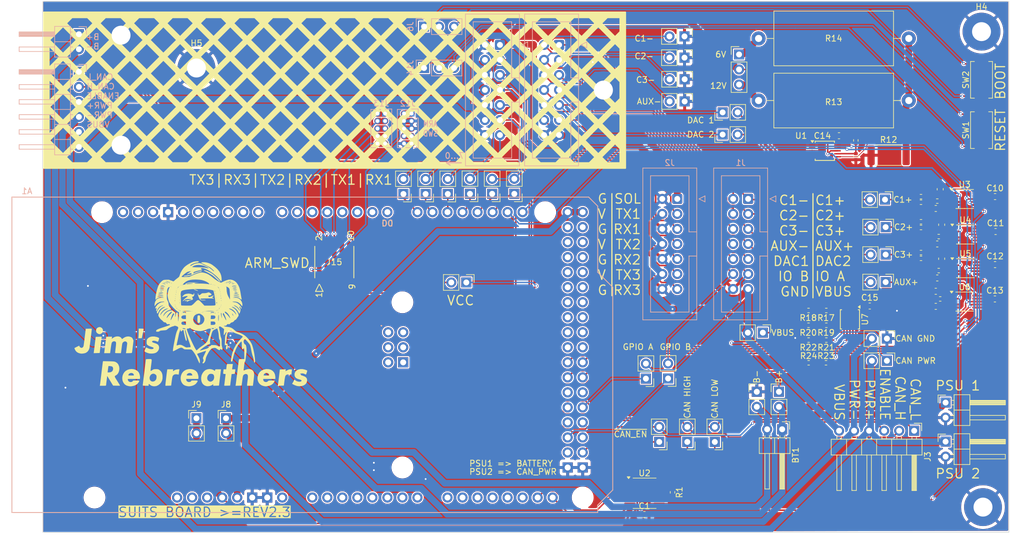
<source format=kicad_pcb>
(kicad_pcb (version 20240108) (generator "pcbnew") (generator_version "8.0")
  (layers (0 "F.Cu" signal) (31 "B.Cu" signal) (34 "B.Paste" user) (35 "F.Paste" user) (36 "B.SilkS" user "B.Silkscreen") (37 "F.SilkS" user "F.Silkscreen") (38 "B.Mask" user) (39 "F.Mask" user) (44 "Edge.Cuts" user))
  (net 0 "")
  (net 1 "/BATTERY-")
  (net 2 "/SSC1_RX")
  (net 3 "/SSC1_TX")
  (net 4 "/SSC2_TX")
  (net 5 "/SSC2_RX")
  (net 6 "/SSC3_TX")
  (net 7 "/SSC3_RX")
  (net 8 "GNDREF")
  (net 9 "VCC")
  (net 10 "/CAN_PWR")
  (net 11 "/~{CAN_EN}")
  (net 12 "/BATTERY+")
  (net 13 "/RST")
  (net 14 "/CAN_LOW")
  (net 15 "/CAN_HIGH")
  (net 18 "/SOL_OUT")
  (net 34 "/C1+")
  (net 35 "/C1-")
  (net 36 "/C2+")
  (net 37 "/C2-")
  (net 38 "/C3+")
  (net 39 "/C3-")
  (net 40 "/AUX+")
  (net 41 "/AUX-")
  (net 48 "/DAC_2")
  (net 49 "/DAC_1")
  (net 57 "/CAN_GND")
  (net 71 "/GPIO_A")
  (net 72 "/GPIO_B")
  (net 73 "/SWDIO")
  (net 77 "/SWCLK")
  (net 79 "VBUS")
  (net 92 "/SWO")
  (net 98 "/SCL")
  (net 99 "/CAN_TX")
  (net 100 "/SDA")
  (net 101 "+3.3V")
  (net 102 "/CAN_RX")
  (net 103 "Net-(U3-~{RESET})")
  (net 104 "Net-(U3-VREF)")
  (net 105 "Net-(U4-~{RESET})")
  (net 106 "Net-(U4-VREF)")
  (net 107 "Net-(U5-~{RESET})")
  (net 108 "Net-(U5-VREF)")
  (net 109 "Net-(JP23-A)")
  (net 110 "Net-(JP24-A)")
  (net 111 "Net-(JP25-A)")
  (net 112 "/SOL_VOLTAGE")
  (net 114 "/SOL_CURRENT")
  (net 115 "/DAC1_EN")
  (net 116 "Net-(U3-VOUT)")
  (net 117 "/DAC2_EN")
  (net 118 "/DAC3_EN")
  (net 119 "Net-(U4-VOUT)")
  (net 120 "/DAC4_EN")
  (net 121 "Net-(A1-D14{slash}TX3)")
  (net 122 "Net-(A1-D15{slash}RX3)")
  (net 123 "Net-(A1-D19{slash}RX1)")
  (net 124 "Net-(A1-D17{slash}RX2)")
  (net 125 "Net-(A1-D18{slash}TX1)")
  (net 126 "Net-(A1-D16{slash}TX2)")
  (net 127 "Net-(JP12-A)")
  (net 128 "Net-(JP13-A)")
  (net 129 "Net-(JP11-A)")
  (net 130 "Net-(U6-~{RESET})")
  (net 131 "Net-(U6-VREF)")
  (net 132 "Net-(JP1-B)")
  (net 133 "Net-(JP2-B)")
  (net 134 "Net-(JP9-A)")
  (net 135 "Net-(JP10-A)")
  (net 136 "Net-(JP26-A)")
  (net 137 "Net-(JP27-A)")
  (net 138 "Net-(U5-VOUT)")
  (net 139 "Net-(JP27-B)")
  (net 141 "+5V")
  (net 142 "Net-(JP14-A)")
  (net 143 "Net-(JP15-A)")
  (net 144 "Net-(JP17-A)")
  (net 145 "Net-(U7-AIN0)")
  (net 146 "Net-(U7-AIN1)")
  (net 147 "Net-(U7-AIN2)")
  (net 149 "Net-(J12-Pin_7)")
  (net 150 "Net-(J13-Pin_7)")
  (net 152 "Net-(J6-Pin_3)")
  (net 153 "Net-(J6-Pin_1)")
  (net 155 "Net-(J14-Pin_1)")
  (net 156 "Net-(J14-Pin_3)")
  (net 159 "Net-(JP28-A)")
  (net 160 "Net-(U7-AIN3)")
  (footprint "Connector_PinHeader_2.54mm:PinHeader_1x02_P2.54mm_Vertical" (layer "F.Cu") (at 178.75 133.275 180)
    (property "Reference" "JP11" (hide yes))
    (property "Value" "GPIO_A")
  )
  (footprint "Capacitor_SMD:C_0603_1608Metric" (layer "F.Cu") (at 227.765 104.5 180)
    (property "Reference" "C6" (hide yes))
    (property "Value" "100n")
  )
  (footprint "Capacitor_SMD:C_0603_1608Metric" (layer "F.Cu") (at 228.015 116.25 180)
    (property "Reference" "C8" (hide yes))
    (property "Value" "100n")
  )
  (footprint "Connector_PinHeader_2.54mm:PinHeader_1x02_P2.54mm_Vertical" (layer "F.Cu") (at 219.29 116.95 -90)
    (property "Reference" "JP23" (hide yes))
    (property "Value" "AUX+")
  )
  (footprint "Connector_PinHeader_2.54mm:PinHeader_1x02_P2.54mm_Vertical" (layer "F.Cu") (at 201.25 135.5)
    (property "Reference" "JP15" (hide yes))
    (property "Value" "BATTERY+")
  )
  (footprint "Resistor_SMD:R_0402_1005Metric" (layer "F.Cu") (at 214.25 92.99 90)
    (property "Reference" "R15" (hide yes))
    (property "Value" "100k")
  )
  (footprint "Connector_PinHeader_2.54mm:PinHeader_1x02_P2.54mm_Vertical" (layer "F.Cu") (at 191.725 88.25 90)
    (property "Reference" "JP1" (hide yes))
    (property "Value" "DAC1")
  )
  (footprint "Resistor_SMD:R_0402_1005Metric" (layer "F.Cu") (at 206.245 124.25)
    (property "Reference" "R20")
    (property "Value" "10k")
  )
  (footprint "Resistor_SMD:R_0402_1005Metric" (layer "F.Cu") (at 214.25 95.74 90)
    (property "Reference" "R16" (hide yes))
    (property "Value" "10k")
  )
  (footprint "Connector_PinHeader_2.54mm:PinHeader_1x02_P2.54mm_Vertical" (layer "F.Cu") (at 102.75 139.975)
    (property "Reference" "J9")
    (property "Value" "3.3V")
  )
  (footprint "Resistor_SMD:R_0402_1005Metric" (layer "F.Cu") (at 228.515 119.8)
    (property "Reference" "R5" (hide yes))
    (property "Value" "10k")
  )
  (footprint "Package_SO:MSOP-10_3x3mm_P0.5mm" (layer "F.Cu") (at 232.6525 120.25)
    (property "Reference" "U6")
    (property "Value" "AD5693RxRM")
  )
  (footprint "Button_Switch_SMD:SW_SPST_EVQPE1" (layer "F.Cu") (at 235.5 82.75 90)
    (property "Reference" "SW2")
    (property "Value" "BOOT")
  )
  (footprint "LOGO" (layer "F.Cu") (at 101.73259 124.289718)
    (property "Reference" "G***" (hide yes))
    (property "Value" "LOGO" (hide yes))
  )
  (footprint "Package_SO:TSSOP-10_3x3mm_P0.5mm" (layer "F.Cu") (at 213.25 123.25 -90)
    (property "Reference" "U7")
    (property "Value" "ADS1115IDGS")
  )
  (footprint "Connector_PinHeader_2.54mm:PinHeader_1x02_P2.54mm_Vertical" (layer "F.Cu") (at 137.75 102.05 180)
    (property "Reference" "JP7" (hide yes))
    (property "Value" "SSC3_TX")
  )
  (footprint "Connector_PinHeader_2.54mm:PinHeader_1x02_P2.54mm_Vertical" (layer "F.Cu") (at 141.5 102.05 180)
    (property "Reference" "JP8" (hide yes))
    (property "Value" "SSC3_RX")
  )
  (footprint "Connector_PinHeader_2.54mm:PinHeader_1x02_P2.54mm_Vertical" (layer "F.Cu") (at 185.275 75.4 -90)
    (property "Reference" "JP19" (hide yes))
    (property "Value" "C1-")
  )
  (footprint "Resistor_SMD:R_0402_1005Metric" (layer "F.Cu") (at 209.25 121.75)
    (property "Reference" "R17")
    (property "Value" "100k")
  )
  (footprint "Resistor_SMD:R_0402_1005Metric" (layer "F.Cu") (at 225.265 111.95)
    (property "Reference" "R11" (hide yes))
    (property "Value" "205")
  )
  (footprint "Package_SO:MSOP-10_3x3mm_P0.5mm" (layer "F.Cu") (at 232.765 114.6)
    (property "Reference" "U5")
    (property "Value" "AD5693RxRM")
  )
  (footprint "Connector_PinHeader_2.54mm:PinHeader_1x02_P2.54mm_Vertical" (layer "F.Cu") (at 145.25 102.05 180)
    (property "Reference" "JP5" (hide yes))
    (property "Value" "SSC2_TX")
  )
  (footprint "Capacitor_SMD:C_0603_1608Metric" (layer "F.Cu") (at 228.765 107.25 90)
    (property "Reference" "C3" (hide yes))
    (property "Value" "10u")
  )
  (footprint "Resistor_SMD:R_0402_1005Metric" (layer "F.Cu") (at 209.2 130.6)
    (property "Reference" "R23")
    (property "Value" "100k")
  )
  (footprint "Resistor_SMD:R_0402_1005Metric" (layer "F.Cu") (at 225.265 112.94 180)
    (property "Reference" "R10" (hide yes))
    (property "Value" "2.37k")
  )
  (footprint "Connector_PinHeader_2.54mm:PinHeader_1x02_P2.54mm_Vertical" (layer "F.Cu") (at 191.725 92 90)
    (property "Reference" "JP2" (hide yes))
    (property "Value" "DAC2")
  )
  (footprint "Connector_PinHeader_2.54mm:PinHeader_1x02_P2.54mm_Vertical" (layer "F.Cu") (at 181 143.975 180)
    (property "Reference" "JP13" (hide yes))
    (property "Value" "~{CAN_EN}")
  )
  (footprint "Connector_PinHeader_2.54mm:PinHeader_1x02_P2.54mm_Vertical" (layer "F.Cu") (at 219.29 112.3 -90)
    (property "Reference" "JP26" (hide yes))
    (property "Value" "C3+")
  )
  (footprint "Resistor_SMD:R_0402_1005Metric" (layer "F.Cu") (at 225.265 102.5)
    (property "Reference" "R7" (hide yes))
    (property "Value" "205")
  )
  (footprint "Resistor_THT:R_Axial_DIN0922_L20.0mm_D9.0mm_P25.40mm_Horizontal" (layer "F.Cu") (at 223.2 86.25 180)
    (property "Reference" "R13")
    (property "Value" "150")
  )
  (footprint "Capacitor_SMD:C_0603_1608Metric" (layer "F.Cu") (at 211.4 92.2)
    (property "Reference" "C14")
    (property "Value" "10u")
  )
  (footprint "Connector_PinHeader_2.54mm:PinHeader_1x02_P2.54mm_Vertical" (layer "F.Cu") (at 219.29 107.65 -90)
    (property "Reference" "JP25" (hide yes))
    (property "Value" "C2+")
  )
  (footprint "Connector_PinHeader_2.54mm:PinHeader_1x02_P2.54mm_Vertical" (layer "F.Cu") (at 219.5 126.5 -90)
    (property "Reference" "JP18" (hide yes))
    (property "Value" "CAN_GND")
  )
  (footprint "Capacitor_SMD:C_0603_1608Metric" (layer "F.Cu") (at 227.765 121.05 180)
    (property "Reference" "C9" (hide yes))
    (property "Value" "100n")
  )
  (footprint "Resistor_SMD:R_0402_1005Metric" (layer "F.Cu") (at 206.27 130.6)
    (property "Reference" "R24")
    (property "Value" "10k")
  )
  (footprint "Resistor_SMD:R_2512_6332Metric" (layer "F.Cu") (at 219.7875 95.5)
    (property "Reference" "R12")
    (property "Value" "100m")
  )
  (footprint "Resistor_SMD:R_0402_1005Metric" (layer "F.Cu") (at 206.25 121.75)
    (property "Reference" "R18")
    (property "Value" "10k")
  )
  (footprint "Package_SO:MSOP-10_3x3mm_P0.5mm" (layer "F.Cu") (at 232.6525 102.9)
    (property "Reference" "U3")
    (property "Value" "AD5693RxRM")
  )
  (footprint "Resistor_SMD:R_0402_1005Metric" (layer "F.Cu") (at 228.265 115)
    (property "Reference" "R4" (hide yes))
    (property "Value" "10k")
  )
  (footprint "MountingHole:MountingHole_3.2mm_M3_Pad" (layer "F.Cu") (at 102.75 80.75)
    (property "Reference" "H5")
    (property "Value" "MountingHole_Pad")
  )
  (footprint "Resistor_SMD:R_0402_1005Metric" (layer "F.Cu") (at 183.25 152.5 -90)
    (property "Reference" "R1")
    (property "Value" "560")
  )
  (footprint "Package_SO:TSSOP-10_3x3mm_P0.5mm" (layer "F.Cu") (at 209 94.75)
    (property "Reference" "U1")
    (property "Value" "ADS1115IDGS")
  )
  (footprint "Capacitor_SMD:C_0603_1608Metric" (layer "F.Cu") (at 237.765 119.8)
    (property "Reference" "C13")
    (property "Value" "100n")
  )
  (footprint "Connector_PinHeader_2.54mm:PinHeader_1x06_P2.54mm_Horizontal" (layer "F.Cu") (at 224.115 142.085 -90)
    (property "Reference" "J3")
    (property "Value" "CAN Connection")
  )
  (footprint "Resistor_SMD:R_0402_1005Metric" (layer "F.Cu") (at 228.265 109.25)
    (property "Reference" "R3" (hide yes))
    (property "Value" "10k")
  )
  (footprint "Connector_PinHeader_2.54mm:PinHeader_1x02_P2.54mm_Vertical" (layer "F.Cu") (at 197.5 135.5)
    (property "Reference" "JP16" (hide yes))
    (property "Value" "BATTERY-")
  )
  (footprint "Package_SO:SOIC-8_3.9x4.9mm_P1.27mm" (layer "F.Cu") (at 178.525 152.655)
    (property "Reference" "U2")
    (property "Value" "TCAN334")
  )
  (footprint "Capacitor_SMD:C_0603_1608Metric" (layer "F.Cu") (at 237.79 102.5)
    (property "Reference" "C10")
    (property "Value" "100n")
  )
  (footprint "Capacitor_SMD:C_0603_1608Metric" (layer "F.Cu") (at 227.765 118.5 180)
    (property "Reference" "C5" (hide yes))
    (property "Value" "10u")
  )
  (footprint "Connector_PinHeader_2.54mm:PinHeader_1x02_P2.54mm_Horizontal" (layer "F.Cu") (at 229.425 143.925)
    (property "Reference" "J11" (hide yes))
    (property "Value" "PSU2")
  )
  (footprint "MountingHole:MountingHole_3.2mm_M3_Pad" (layer "F.Cu") (at 235.5 74.6)
    (property "Reference" "H4")
    (property "Value" "MountingHole_Pad")
  )
  (footprint "Capacitor_SMD:C_0603_1608Metric" (layer "F.Cu") (at 216.6 121)
    (property "Reference" "C15")
    (property "Value" "10u")
  )
  (footprint "Resistor_SMD:R_0402_1005Metric" (layer "F.Cu") (at 228.015 103.25)
    (property "Reference" "R2" (hide yes))
    (property "Value" "10k")
  )
  (footprint "Connector_PinHeader_2.54mm:PinHeader_1x02_P2.54mm_Vertical" (layer "F.Cu") (at 148.38 117.01 -90)
    (property "Reference" "JP28" (hide yes))
    (property "Value" "CAN_PWR")
  )
  (footprint "Connector_PinHeader_2.54mm:PinHeader_1x02_P2.54mm_Vertical" (layer "F.Cu") (at 149 102.025 180)
    (property "Reference" "JP6" (hide yes))
    (property "Value" "SSC2_RX")
  )
  (footprint "Connector_PinHeader_2.54mm:PinHeader_1x02_P2.54mm_Vertical" (layer "F.Cu") (at 185.3 86.4 -90)
    (property "Reference" "JP22" (hide yes))
    (property "Value" "AUX-")
  )
  (footprint "MountingHole:MountingHole_3.2mm_M3_Pad" (layer "F.Cu") (at 90 93.8)
    (property "Reference" "H3" (hide yes))
    (property "Value" "MountingHole_Pad")
  )
  (footprint "MountingHole:MountingHole_3.2mm_M3_Pad" (layer "F.Cu") (at 235.75 155)
    (property "Reference" "H6" (hide yes))
    (property "Value" "MountingHole_Pad")
  )
  (footprint "MountingHole:MountingHole_3.2mm_M3_Pad" (layer "F.Cu") (at 90 75.2)
    (property "Reference" "H1" (hide yes))
    (property "Value" "MountingHole_Pad")
  )
  (footprint "Connector_PinHeader_2.54mm:PinHeader_1x02_P2.54mm_Vertical" (layer "F.Cu") (at 190.4 143.975 180)
    (property "Reference" "JP10" (hide yes))
    (property "Value" "CAN_LOW")
  )
  (footprint "Connector_PinHeader_2.54mm:PinHeader_1x02_P2.54mm_Horizontal" (layer "F.Cu") (at 229.425 137.325)
    (property "Reference" "J10" (hide yes))
    (property "Value" "PSU1")
  )
  (footprint "Resistor_SMD:R_0402_1005Metric" (layer "F.Cu") (at 225.265 107.72 180)
    (property "Reference" "R8" (hide yes))
    (property "Value" "2.37k")
  )
  (footprint "Connector_PinHeader_2.54mm:PinHeader_1x02_P2.54mm_Vertical" (layer "F.Cu") (at 185.275 79 -90)
    (property "Reference" "JP20" (hide yes))
    (property "Value" "C2-")
  )
  (footprint "Capacitor_SMD:C_0603_1608Metric" (layer "F.Cu") (at 228.765 113 90)
    (property "Reference" "C4" (hide yes))
    (property "Value" "10u")
  )
  (footprint "Resistor_SMD:R_0402_1005Metric" (layer "F.Cu") (at 209.255 124.25)
    (property "Reference" "R19")
    (property "Value" "100k")
  )
  (footprint "Connector_PinHeader_2.54mm:PinHeader_1x02_P2.54mm_Vertical" (layer "F.Cu") (at 185.75 143.975 180)
    (property "Reference" "JP9" (hide yes))
    (property "Value" "CAN_HIGH")
  )
  (footprint "Resistor_SMD:R_0402_1005Metric" (layer "F.Cu") (at 209.26 126.75)
    (property "Reference" "R21")
    (property "Value" "100k")
  )
  (footprint "Connector_PinHeader_2.54mm:PinHeader_1x02_P2.54mm_Vertical" (layer "F.Cu") (at 152.75 102.025 180)
    (property "Reference" "JP3" (hide yes))
    (property "Value" "SSC1_TX")
  )
  (footprint "Resistor_THT:R_Axial_DIN0922_L20.0mm_D9.0mm_P25.40mm_Horizontal" (layer "F.Cu") (at 223.2 75.75 180)
    (property "Reference" "R14")
    (property "Value" "36")
  )
  (footprint "Connector_PinHeader_2.54mm:PinHeader_1x03_P2.54mm_Vertical" (layer "F.Cu") (at 194.5 78.46)
    (property "Reference" "JP27" (hide yes))
    (property "Value" "PWR_SELECT")
  )
  (footprint "Capacitor_SMD:C_0603_1608Metric" (layer "F.Cu") (at 228.515 101.25 90)
    (property "Reference" "C2" (hide yes))
    (property "Value" "10u")
  )
  (footprint "Capacitor_SMD:C_0603_1608Metric" (layer "F.Cu") (at 237.79 114)
    (property "Reference" "C12")
    (property "Value" "100n")
  )
  (footprint "PCM_arduino-library:Arduino_Due_Shield" (layer "F.Cu") (at 71.54 155.92)
    (property "Reference" "A1")
    (property "Value" "Arduino_Due_Shield")
  )
  (footprint "Capacitor_SMD:C_0603_1608Metric" (layer "F.Cu") (at 178.5 156.25)
    (property "Reference" "C1")
    (property "Value" "100n")
  )
  (footprint "Library:CON10_2X5_DUK_FTSH_SAI" (layer "F.Cu") (at 126.06 113.568)
    (property "Reference" "J15")
    (property "Value" "JTAG")
  )
  (footprint "Connector_PinHeader_2.54mm:PinHeader_1x02_P2.54mm_Vertical" (layer "F.Cu") (at 156.5 102.025 180)
    (property "Reference" "JP4" (hide yes))
    (property "Value" "SSC1_RX")
  )
  (footprint "Connector_PinHeader_2.54mm:PinHeader_1x02_P2.54mm_Horizontal" (layer "F.Cu") (at 201.79 141.835 -90)
    (property "Reference" "BT1")
    (property "Value" "Battery_Cell")
  )
  (footprint "Capacitor_SMD:C_0603_1608Metric" (layer "F.Cu") (at 228.015 110.5 180)
    (property "Reference" "C7" (hide yes))
    (property "Value" "100n")
  )
  (footprint "MountingHole:MountingHole_3.2mm_M3_Pad" (layer "F.Cu") (at 171.57 84.482)
    (property "Reference" "H2" (hide yes))
    (property "Value" "MountingHole_Pad")
  )
  (footprint "Button_Switch_SMD:SW_SPST_EVQPE1" (layer "F.Cu") (at 235.5 91.25 90)
    (property "Reference" "SW1")
    (property "Value" "RST")
  )
  (footprint "Resistor_SMD:R_0402_1005Metric" (layer "F.Cu") (at 206.26 126.75)
    (property "Reference" "R22")
    (property "Value" "10k")
  )
  (footprint "Connector_PinHeader_2.54mm:PinHeader_1x02_P2.54mm_Vertical" (layer "F.Cu") (at 182.5 133.25 180)
    (property "Reference" "JP12" (hide yes))
    (property "Value" "GPIO_B")
  )
  (footprint "Connector_PinHeader_2.54mm:PinHeader_1x02_P2.54mm_Vertical" (layer "F.Cu") (at 219.5 130.25 -90)
    (property "Reference" "JP17" (hide yes))
    (property "Value" "CAN_PWR")
  )
  (footprint "Connector_PinHeader_2.54mm:PinHeader_1x02_P2.54mm_Vertical" (layer "F.Cu") (at 219.1775 103 -90)
    (property "Reference" "JP24" (hide yes))
    (property "Value" "C1+")
  )
  (footprint "Connector_PinHeader_2.54mm:PinHeader_1x02_P2.54mm_Vertical" (layer "F.Cu") (at 198.525 125.5 -90)
    (property "Reference" "JP14" (hide yes))
    (property "Value" "VBUS")
  )
  (footprint "Connector_PinHeader_2.54mm:PinHeader_1x02_P2.54mm_Vertical" (layer "F.Cu") (at 107.75 139.975)
    (property "Reference" "J8")
    (property "Value" "5V")
  )
  (footprint "Capacitor_SMD:C_0603_1608Metric" (layer "F.Cu") (at 237.8775 108.4)
    (property "Reference" "C11")
    (property "Value" "100n")
  )
  (footprint "Package_SO:MSOP-10_3x3mm_P0.5mm" (layer "F.Cu") (at 232.765 108.9)
    (property "Reference" "U4")
    (property "Value" "AD5693RxRM")
  )
  (footprint "Resistor_SMD:R_0402_1005Metric" (layer "F.Cu") (at 225.265 106.75)
    (property "Reference" "R9" (hide yes))
    (property "Value" "205")
  )
  (footprint "Resistor_SMD:R_0402_1005Metric" (layer "F.Cu") (at 225.265 103.45 180)
    (property "Reference" "R6" (hide yes))
    (property "Value" "2.37k")
  )
  (footprint "Connector_PinHeader_2.54mm:PinHeader_1x02_P2.54mm_Vertical" (layer "F.Cu") (at 185.3 82.65 -90)
    (property "Reference" "JP21" (hide yes))
    (property "Value" "C3-")
  )
  (footprint "Connector_PinHeader_1.27mm:PinHeader_2x05_P1.27mm_Vertical" (layer "B.Cu") (at 134.64 88.445 180)
    (property "Reference" "J13")
    (property "Value" "POGO_DEBUG_B")
  )
  (footprint "Connector_PinHeader_1.27mm:PinHeader_2x05_P1.27mm_Vertical" (layer "B.Cu") (at 139.12 88.445 180)
    (property "Reference" "J12")
    (property "Value" "POGO_DEBUG_A")
  )
  (footprint "Connector_IDC:IDC-Header_2x07_P2.54mm_Vertical" (layer "B.Cu") (at 154.07 76.842 180)
    (property "Reference" "J5" (hide yes))
    (property "Value" "Digital Connection")
  )
  (footprint "Connector_PinHeader_2.54mm:PinHeader_1x03_P2.54mm_Vertical" (layer "B.Cu") (at 141.235 73.75 -90)
    (property "Reference" "J6")
    (property "Value" "BOOT")
  )
  (footprint "Connector_IDC:IDC-Header_2x07_P2.54mm_Vertical" (layer "B.Cu") (at 184.055 102.88 180)
    (property "Reference" "J2")
    (property "Value" "Digital Connection")
  )
  (footprint "Connector_PinHeader_2.54mm:PinHeader_1x03_P2.54mm_Vertical" (layer "B.Cu") (at 141.235 80.75 -90)
    (property "Reference" "J14")
    (property "Value" "RST")
  )
  (footprint "Connector_PinHeader_2.54mm:PinHeader_1x06_P2.54mm_Horizontal" (layer "B.Cu") (at 82.875 81.4 180)
    (property "Reference" "J7" (hide yes))
    (property "Value" "CAN Connection")
  )
  (footprint "Connector_IDC:IDC-Header_2x07_P2.54mm_Vertical" (layer "B.Cu") (at 196.04 102.88 180)
    (property "Reference" "J1")
    (property "Value" "Analog Connection")
  )
  (footprint "Connector_PinHeader_2.54mm:PinHeader_1x02_P2.54mm_Horizontal" (layer "B.Cu") (at 82.875 75.035 180)
    (property "Reference" "BT2" (hide yes))
    (property "Value" "Battery_Cell")
  )
  (footprint "Connector_IDC:IDC-Header_2x07_P2.54mm_Vertical" (layer "B.Cu") (at 164.07 76.842 180)
    (property "Reference" "J4" (hide yes))
    (property "Value" "Analog Connection")
  )
  (gr_line (start 147.5335 96.778) (end 145.0335 96.778) (stroke (width 0.2)) (layer "B.SilkS"))
  (gr_line (start 145.0335 96.778) (end 145.6335 97.178) (stroke (width 0.2)) (layer "B.SilkS"))
  (gr_line (start 145.0335 96.778) (end 145.6335 96.378) (stroke (width 0.2)) (layer "B.SilkS"))
  (gr_line (start 207 102) (end 207 119.6) (stroke (width 0.2)) (layer "F.SilkS"))
  (gr_line (start 173 102) (end 173 119.25) (stroke (width 0.2)) (layer "F.SilkS"))
  (gr_rect (start 76.775 69.5) (end 240.125 159.25) (stroke (width 0.1)) (fill none) (layer "Edge.Cuts"))
  (gr_text "B+\nB-" (at 85.2 76.3 0) (layer "B.SilkS") (effects (font (size 1 1)) (justify mirror)))
  (gr_text "CAN_L\nCAN_H\nENABLE\nPWR+\nPWR-\nVBUS\n" (at 84.1 90.9 0) (layer "B.SilkS") (effects (font (size 1 1)) (justify right bottom mirror)))
  (gr_text "7...0" (at 148.1835 96.178 0) (layer "B.SilkS") (effects (font (size 1 1)) (justify left bottom mirror)))
  (gr_text "ARM\nSWD" (at 141 92.4 0) (layer "B.SilkS") (effects (font (size 1 0.8)) (justify right bottom mirror)))
  (gr_text "CAN_L\nCAN_H\nENABLE\nPWR+\nPWR-\nVBUS\n" (at 210.5 140.5 270) (layer "F.SilkS") (effects (font (size 1.6 1.6) (thickness 0.2)) (justify right bottom)))
  (gr_text "AUX+" (at 220.62 116.95 0) (layer "F.SilkS") (effects (font (size 1 1)) (justify left)))
  (gr_text "GPIO B" (at 181 128.5 0) (layer "F.SilkS") (effects (font (size 1 1)) (justify left bottom)))
  (gr_text "GPIO A" (at 174.75 128.5 0) (layer "F.SilkS") (effects (font (size 1 1)) (justify left bottom)))
  (gr_text "PSU 1" (at 227.6 135.4 0) (layer "F.SilkS") (effects (font (size 1.6 1.6) (thickness 0.2)) (justify left bottom)))
  (gr_text "SOL \nTX1 \nRX1 \nTX2 \nRX2 \nTX3 \nRX3 " (at 179.25 119.25 0) (layer "F.SilkS") (effects (font (size 1.6 1.6) (thickness 0.2)) (justify right bottom)))
  (gr_text "C1+ \nC2+ \nC3+ \nAUX+ \nDAC2 \nIO A \nVBUS " (at 207.25 119.5 0) (layer "F.SilkS") (effects (font (size 1.6 1.6) (thickness 0.2) (bold yes)) (justify left bottom)))
  (gr_text "PSU2 => CAN_PWR" (at 148.8 149.6 0) (layer "F.SilkS") (effects (font (size 1 1)) (justify left bottom)))
  (gr_text "6V " (at 193.17 78.46 0) (layer "F.SilkS") (effects (font (size 1 1)) (justify right)))
  (gr_text "C2+" (at 220.62 107.65 0) (layer "F.SilkS") (effects (font (size 1 1)) (justify left)))
  (gr_text "~{CAN_EN}" (at 173.25 143.25 0) (layer "F.SilkS") (effects (font (size 1 1)) (justify left bottom)))
  (gr_text " G\n V\n G\n V\n G\n V\n G" (at 169.25 119.25 0) (layer "F.SilkS") (effects (font (size 1.6 1.6) (thickness 0.2)) (justify left bottom)))
  (gr_text "C1-" (at 176.75 75.75 0) (layer "F.SilkS") (effects (font (size 1 1)) (justify left)))
  (gr_text "B+" (at 201.25 134.17 90) (layer "F.SilkS") (effects (font (size 1 1)) (justify left)))
  (gr_text "AUX-" (at 181.43 86.4 0) (layer "F.SilkS") (effects (font (size 1 1)) (justify right)))
  (gr_text "RESET" (at 237.75 91.25 90) (layer "F.SilkS") (effects (font (size 1.6 1.6) (thickness 0.2)) (justify top)))
  (gr_text "C1+" (at 220.5075 103 0) (layer "F.SilkS") (effects (font (size 1 1)) (justify left)))
  (gr_text "CAN GND" (at 220.83 126.5 0) (layer "F.SilkS") (effects (font (size 1 1)) (justify left)))
  (gr_text "VBUS" (at 199.855 125.5 0) (layer "F.SilkS") (effects (font (size 1 1)) (justify left)))
  (gr_text "C2-" (at 176.75 78.75 0) (layer "F.SilkS") (effects (font (size 1 1)) (justify left)))
  (gr_text "CAN PWR" (at 220.845 130.25 0) (layer "F.SilkS") (effects (font (size 1 1)) (justify left)))
  (gr_text "PSU 2" (at 227.6 148.4 0) (layer "F.SilkS") (effects (font (size 1.6 1.6) (thickness 0.2)) (justify left top)))
  (gr_text "SUITS BOARD >=REV2.3" (at 89.4 156.8 0) (layer "F.SilkS" knockout) (effects (font (size 1.6 1.6) (thickness 0.2)) (justify left bottom)))
  (gr_text "C3+" (at 220.62 112.3 0) (layer "F.SilkS") (effects (font (size 1 1)) (justify left)))
  (gr_text "VCC" (at 145 121 0) (layer "F.SilkS") (effects (font (size 1.6 1.6) (thickness 0.2)) (justify left bottom)))
  (gr_text "B-" (at 197.5 134.17 90) (layer "F.SilkS") (effects (font (size 1 1)) (justify left)))
  (gr_text "ARM_SWD" (at 116.4 112.8 0) (layer "F.SilkS") (effects (font (size 1.6 1.6) (thickness 0.2)) (justify top)))
  (gr_text "TX3|RX3|TX2|RX2|TX1|RX1" (at 101.4 100.6 0) (layer "F.SilkS") (effects (font (size 1.6 1.6) (thickness 0.2)) (justify left bottom)))
  (gr_text "CAN LOW" (at 190.4 140.105 90) (layer "F.SilkS") (effects (font (size 1 1)) (justify left)))
  (gr_text " C1-\n C2-\n C3-\n AUX-\n DAC1\n IO B\n GND" (at 206.5 119.5 0) (layer "F.SilkS") (effects (font (size 1.6 1.6) (thickness 0.2)) (justify right bottom)))
  (gr_text "12V " (at 193.25 83.75 0) (layer "F.SilkS") (effects (font (size 1 1)) (justify right)))
  (gr_text "C3-" (at 177 82.75 0) (layer "F.SilkS") (effects (font (size 1 1)) (justify left)))
  (gr_text "CAN HIGH" (at 185.75 140.105 90) (layer "F.SilkS") (effects (font (size 1 1)) (justify left)))
  (gr_text "BOOT" (at 237.75 83 90) (layer "F.SilkS") (effects (font (size 1.6 1.6) (thickness 0.2)) (justify top)))
  (gr_text "DAC 2" (at 190.395 92 0) (layer "F.SilkS") (effects (font (size 1 1)) (justify right)))
  (gr_text "DAC 1" (at 190.395 89.58 0) (layer "F.SilkS") (effects (font (size 1 1)) (justify right)))
  (gr_text "PSU1 => BATTERY" (at 148.8 148.2 0) (layer "F.SilkS") (effects (font (size 1 1)) (justify left bottom)))
  (segment (start 87 126) (end 108.5 126) (width 1.12) (layer "F.Cu") (net 1))
  (via (at 108.5 126) (size 0.5) (drill 0.3) (layers "F.Cu" "B.Cu") (net 1))
  (via (at 87 126) (size 0.5) (drill 0.3) (layers "F.Cu" "B.Cu") (net 1))
  (segment (start 199.25 141.835) (end 199.25 139.79) (width 1.12) (layer "B.Cu") (net 1))
  (segment (start 199.25 153.262952) (end 199.25 141.835) (width 1.12) (layer "B.Cu") (net 1))
  (segment (start 199.25 139.79) (end 197.5 138.04) (width 1.12) (layer "B.Cu") (net 1))
  (segment (start 169.058255 150.97) (end 173.037255 154.949) (width 1.12) (layer "B.Cu") (net 1))
  (segment (start 108.5 126) (end 112.7212 126) (width 1.12) (layer "B.Cu") (net 1))
  (segment (start 85.75 126) (end 87 126) (width 1.12) (layer "B.Cu") (net 1))
  (segment (start 139.5 145.75) (end 144.72 150.97) (width 1.12) (layer "B.Cu") (net 1))
  (segment (start 112.7212 126) (end 132.4712 145.75) (width 1.12) (layer "B.Cu") (net 1))
  (segment (start 82.875 77.575) (end 78.844 81.606) (width 1.12) (layer "B.Cu") (net 1))
  (segment (start 173.037255 154.949) (end 197.563952 154.949) (width 1.12) (layer "B.Cu") (net 1))
  (segment (start 144.72 150.97) (end 169.058255 150.97) (width 1.12) (layer "B.Cu") (net 1))
  (segment (start 78.844 119.094) (end 85.5 125.75) (width 1.12) (layer "B.Cu") (net 1))
  (segment (start 78.844 81.606) (end 78.844 119.094) (width 1.12) (layer "B.Cu") (net 1))
  (segment (start 132.4712 145.75) (end 139.5 145.75) (width 1.12) (layer "B.Cu") (net 1))
  (segment (start 197.563952 154.949) (end 199.25 153.262952) (width 1.12) (layer "B.Cu") (net 1))
  (segment (start 85.5 125.75) (end 85.75 126) (width 1.12) (layer "B.Cu") (net 1))
  (segment (start 158.555 84.055) (end 156.422 81.922) (width 0.254) (layer "F.Cu") (net 2))
  (segment (start 156.422 81.922) (end 154.07 81.922) (width 0.254) (layer "F.Cu") (net 2))
  (segment (start 160.779367 95.195) (end 158.555 92.970633) (width 0.254) (layer "F.Cu") (net 2))
  (segment (start 184.055 107.96) (end 182.295646 106.200646) (width 0.254) (layer "F.Cu") (net 2))
  (segment (start 180.411 100.449816) (end 175.156184 95.195) (width 0.254) (layer "F.Cu") (net 2))
  (segment (start 175.156184 95.195) (end 160.779367 95.195) (width 0.254) (layer "F.Cu") (net 2))
  (segment (start 182.295646 106.200646) (end 181.972292 106.524) (width 0.254) (layer "F.Cu") (net 2))
  (segment (start 181.972292 106.524) (end 181.057708 106.524) (width 0.254) (layer "F.Cu") (net 2))
  (segment (start 158.555 92.970633) (end 158.555 84.055) (width 0.254) (layer "F.Cu") (net 2))
  (segment (start 180.411 105.877292) (end 180.411 100.449816) (width 0.254) (layer "F.Cu") (net 2))
  (segment (start 181.057708 106.524) (end 180.411 105.877292) (width 0.254) (layer "F.Cu") (net 2))
  (segment (start 156.5 99.485) (end 158.5 97.485) (width 0.254) (layer "B.Cu") (net 2))
  (segment (start 158.5 97.485) (end 158.5 86.352) (width 0.254) (layer "B.Cu") (net 2))
  (segment (start 158.5 86.352) (end 154.07 81.922) (width 0.254) (layer "B.Cu") (net 2))
  (segment (start 158.936 81.936) (end 156.382 79.382) (width 0.254) (layer "F.Cu") (net 3))
  (segment (start 158.936 92.812817) (end 158.936 81.936) (width 0.254) (layer "F.Cu") (net 3))
  (segment (start 184.055 105.42) (end 182.951 104.316) (width 0.254) (layer "F.Cu") (net 3))
  (segment (start 175.314 94.814) (end 160.937183 94.814) (width 0.254) (layer "F.Cu") (net 3))
  (segment (start 160.937183 94.814) (end 158.936 92.812817) (width 0.254) (layer "F.Cu") (net 3))
  (segment (start 182.951 102.451) (end 175.314 94.814) (width 0.254) (layer "F.Cu") (net 3))
  (segment (start 156.382 79.382) (end 154.07 79.382) (width 0.254) (layer "F.Cu") (net 3))
  (segment (start 182.951 104.316) (end 182.951 102.451) (width 0.254) (layer "F.Cu") (net 3))
  (segment (start 155.396 99.027708) (end 156.042708 98.381) (width 0.254) (layer "B.Cu") (net 3))
  (segment (start 152.966 82.379292) (end 152.966 80.486) (width 0.254) (layer "B.Cu") (net 3))
  (segment (start 157.065184 98.381) (end 158.119 97.327184) (width 0.254) (layer "B.Cu") (net 3))
  (segment (start 152.966 80.486) (end 154.07 79.382) (width 0.254) (layer "B.Cu") (net 3))
  (segment (start 158.119 97.327184) (end 158.119 86.869) (width 0.254) (layer "B.Cu") (net 3))
  (segment (start 154.276 83.026) (end 153.612708 83.026) (width 0.254) (layer "B.Cu") (net 3))
  (segment (start 153.612708 83.026) (end 152.966 82.379292) (width 0.254) (layer "B.Cu") (net 3))
  (segment (start 158.119 86.869) (end 154.276 83.026) (width 0.254) (layer "B.Cu") (net 3))
  (segment (start 156.042708 98.381) (end 157.065184 98.381) (width 0.254) (layer "B.Cu") (net 3))
  (segment (start 155.396 99.485) (end 155.396 99.027708) (width 0.254) (layer "B.Cu") (net 3))
  (segment (start 152.75 99.485) (end 155.396 99.485) (width 0.254) (layer "B.Cu") (net 3))
  (segment (start 184.055 110.5) (end 182.619 109.064) (width 0.254) (layer "F.Cu") (net 4))
  (segment (start 180.03 108.036292) (end 180.03 100.607632) (width 0.254) (layer "F.Cu") (net 4))
  (segment (start 182.619 109.064) (end 181.057708 109.064) (width 0.254) (layer "F.Cu") (net 4))
  (segment (start 156.071184 84.462) (end 154.07 84.462) (width 0.254) (layer "F.Cu") (net 4))
  (segment (start 160.621551 95.576) (end 158.174 93.128449) (width 0.254) (layer "F.Cu") (net 4))
  (segment (start 181.057708 109.064) (end 180.03 108.036292) (width 0.254) (layer "F.Cu") (net 4))
  (segment (start 180.03 100.607632) (end 174.998368 95.576) (width 0.254) (layer "F.Cu") (net 4))
  (segment (start 158.174 93.128449) (end 158.174 86.564816) (width 0.254) (layer "F.Cu") (net 4))
  (segment (start 174.998368 95.576) (end 160.621551 95.576) (width 0.254) (layer "F.Cu") (net 4))
  (segment (start 158.174 86.564816) (end 156.071184 84.462) (width 0.254) (layer "F.Cu") (net 4))
  (segment (start 145.25 99.51) (end 147.141 97.619) (width 0.254) (layer "B.Cu") (net 4))
  (segment (start 152.966 87.459292) (end 152.966 85.566) (width 0.254) (layer "B.Cu") (net 4))
  (segment (start 147.141 97.619) (end 156.631 97.619) (width 0.254) (layer "B.Cu") (net 4))
  (segment (start 152.966 85.566) (end 154.07 84.462) (width 0.254) (layer "B.Cu") (net 4))
  (segment (start 153.612708 88.106) (end 152.966 87.459292) (width 0.254) (layer "B.Cu") (net 4))
  (segment (start 156.631 97.619) (end 157.357 96.893) (width 0.254) (layer "B.Cu") (net 4))
  (segment (start 157.357 91) (end 154.463 88.106) (width 0.254) (layer "B.Cu") (net 4))
  (segment (start 157.357 96.893) (end 157.357 91) (width 0.254) (layer "B.Cu") (net 4))
  (segment (start 154.463 88.106) (end 153.612708 88.106) (width 0.254) (layer "B.Cu") (net 4))
  (segment (start 160.463735 95.957) (end 157.793 93.286265) (width 0.254) (layer "F.Cu") (net 5))
  (segment (start 157.793 88.207) (end 156.588 87.002) (width 0.254) (layer "F.Cu") (net 5))
  (segment (start 184.055 113.04) (end 182.619 111.604) (width 0.254) (layer "F.Cu") (net 5))
  (segment (start 174.840552 95.957) (end 160.463735 95.957) (width 0.254) (layer "F.Cu") (net 5))
  (segment (start 181.057708 111.604) (end 179.649 110.195292) (width 0.254) (layer "F.Cu") (net 5))
  (segment (start 182.619 111.604) (end 181.057708 111.604) (width 0.254) (layer "F.Cu") (net 5))
  (segment (start 179.649 110.195292) (end 179.649 100.765448) (width 0.254) (layer "F.Cu") (net 5))
  (segment (start 179.649 100.765448) (end 174.840552 95.957) (width 0.254) (layer "F.Cu") (net 5))
  (segment (start 157.793 93.286265) (end 157.793 88.207) (width 0.254) (layer "F.Cu") (net 5))
  (segment (start 156.588 87.002) (end 154.07 87.002) (width 0.254) (layer "F.Cu") (net 5))
  (segment (start 156.907368 98) (end 157.738 97.169368) (width 0.254) (layer "B.Cu") (net 5))
  (segment (start 150.485 98) (end 156.907368 98) (width 0.254) (layer "B.Cu") (net 5))
  (segment (start 157.738 97.169368) (end 157.738 89.25) (width 0.254) (layer "B.Cu") (net 5))
  (segment (start 149 99.485) (end 150.485 98) (width 0.254) (layer "B.Cu") (net 5))
  (segment (start 155.49 87.002) (end 154.07 87.002) (width 0.254) (layer "B.Cu") (net 5))
  (segment (start 157.738 89.25) (end 155.49 87.002) (width 0.254) (layer "B.Cu") (net 5))
  (segment (start 179.268 100.923264) (end 174.682736 96.338) (width 0.254) (layer "F.Cu") (net 6))
  (segment (start 157.412 93.444081) (end 157.412 90.662) (width 0.254) (layer "F.Cu") (net 6))
  (segment (start 156.292 89.542) (end 154.07 89.542) (width 0.254) (layer "F.Cu") (net 6))
  (segment (start 184.055 115.58) (end 182.619 114.144) (width 0.254) (layer "F.Cu") (net 6))
  (segment (start 174.682736 96.338) (end 160.305919 96.338) (width 0.254) (layer "F.Cu") (net 6))
  (segment (start 157.412 90.662) (end 156.292 89.542) (width 0.254) (layer "F.Cu") (net 6))
  (segment (start 182.619 114.144) (end 181.057708 114.144) (width 0.254) (layer "F.Cu") (net 6))
  (segment (start 160.305919 96.338) (end 157.412 93.444081) (width 0.254) (layer "F.Cu") (net 6))
  (segment (start 179.268 112.354292) (end 179.268 100.923264) (width 0.254) (layer "F.Cu") (net 6))
  (segment (start 181.057708 114.144) (end 179.268 112.354292) (width 0.254) (layer "F.Cu") (net 6))
  (segment (start 151.25 96.857) (end 152.966 95.141) (width 0.254) (layer "B.Cu") (net 6))
  (segment (start 152.966 95.141) (end 152.966 90.646) (width 0.254) (layer "B.Cu") (net 6))
  (segment (start 152.966 90.646) (end 154.07 89.542) (width 0.254) (layer "B.Cu") (net 6))
  (segment (start 140.403 96.857) (end 151.25 96.857) (width 0.254) (layer "B.Cu") (net 6))
  (segment (start 137.75 99.51) (end 140.403 96.857) (width 0.254) (layer "B.Cu") (net 6))
  (segment (start 157.031 93.031) (end 156.082 92.082) (width 0.254) (layer "F.Cu") (net 7))
  (segment (start 156.082 92.082) (end 154.07 92.082) (width 0.254) (layer "F.Cu") (net 7))
  (segment (start 182.951 117.016) (end 181.389708 117.016) (width 0.254) (layer "F.Cu") (net 7))
  (segment (start 178.887 114.513292) (end 178.887 101.08108) (width 0.254) (layer "F.Cu") (net 7))
  (segment (start 178.887 101.08108) (end 174.52492 96.719) (width 0.254) (layer "F.Cu") (net 7))
  (segment (start 160.148103 96.719) (end 157.031 93.601897) (width 0.254) (layer "F.Cu") (net 7))
  (segment (start 184.055 118.12) (end 182.951 117.016) (width 0.254) (layer "F.Cu") (net 7))
  (segment (start 174.52492 96.719) (end 160.148103 96.719) (width 0.254) (layer "F.Cu") (net 7))
  (segment (start 181.389708 117.016) (end 178.887 114.513292) (width 0.254) (layer "F.Cu") (net 7))
  (segment (start 157.031 93.601897) (end 157.031 93.031) (width 0.254) (layer "F.Cu") (net 7))
  (segment (start 154.07 95.668) (end 154.07 92.082) (width 0.254) (layer "B.Cu") (net 7))
  (segment (start 141.5 99.51) (end 143.772 97.238) (width 0.254) (layer "B.Cu") (net 7))
  (segment (start 143.772 97.238) (end 152.5 97.238) (width 0.254) (layer "B.Cu") (net 7))
  (segment (start 152.5 97.238) (end 154.07 95.668) (width 0.254) (layer "B.Cu") (net 7))
  (segment (start 137.85 90.985) (end 139.12 90.985) (width 1.12) (layer "F.Cu") (net 8))
  (segment (start 137.85 93.525) (end 139.12 93.525) (width 1.12) (layer "F.Cu") (net 8))
  (segment (start 193.5 118.12) (end 193.5 117.680108) (width 0.254) (layer "F.Cu") (net 8))
  (segment (start 137.85 89.715) (end 139.12 89.715) (width 1.12) (layer "F.Cu") (net 8))
  (via (at 132.75 148.75) (size 0.5) (drill 0.3) (layers "F.Cu" "B.Cu") (net 8))
  (via (at 132.75 147.5) (size 0.5) (drill 0.3) (layers "F.Cu" "B.Cu") (net 8))
  (via (at 221.2 121.8) (size 0.5) (drill 0.3) (layers "F.Cu" "B.Cu") (net 8))
  (via (at 141.5 150.25) (size 0.5) (drill 0.3) (layers "F.Cu" "B.Cu") (net 8))
  (via (at 169.75 79.75) (size 0.5) (drill 0.3) (layers "F.Cu" "B.Cu") (net 8))
  (via (at 80.6 134.8) (size 0.5) (drill 0.3) (layers "F.Cu" "B.Cu") (net 8))
  (via (at 84.4 117.6) (size 0.5) (drill 0.3) (layers "F.Cu" "B.Cu") (net 8))
  (via (at 204 126.4) (size 0.5) (drill 0.3) (layers "F.Cu" "B.Cu") (net 8))
  (segment (start 123.52 115.6) (end 123 115.6) (width 0.254) (layer "F.Cu") (net 9))
  (segment (start 123.52 115.6) (end 123.52 116.616) (width 0.254) (layer "F.Cu") (net 9))
  (segment (start 137.85 88.445) (end 139.12 88.445) (width 1.12) (layer "F.Cu") (net 9))
  (segment (start 125.704 118.8) (end 136.3441 118.8) (width 0.254) (layer "F.Cu") (net 9))
  (segment (start 136.3441 118.8) (end 138.1341 117.01) (width 0.254) (layer "F.Cu") (net 9))
  (segment (start 138.1341 117.01) (end 145.84 117.01) (width 0.254) (layer "F.Cu") (net 9))
  (segment (start 123.52 116.616) (end 125.704 118.8) (width 0.254) (layer "F.Cu") (net 9))
  (segment (start 123 115.6) (end 122.2 114.8) (width 0.254) (layer "F.Cu") (net 9))
  (via (at 122.2 114.8) (size 0.5) (drill 0.3) (layers "F.Cu" "B.Cu") (net 9))
  (segment (start 137.096 89.199) (end 137.85 88.445) (width 0.254) (layer "B.Cu") (net 9))
  (segment (start 131.3824 107.162891) (end 131.3824 98.2176) (width 0.254) (layer "B.Cu") (net 9))
  (segment (start 137.096 92.504) (end 137.096 89.199) (width 0.254) (layer "B.Cu") (net 9))
  (segment (start 123.745291 114.8) (end 131.3824 107.162891) (width 0.254) (layer "B.Cu") (net 9))
  (segment (start 122.2 114.8) (end 123.745291 114.8) (width 0.254) (layer "B.Cu") (net 9))
  (segment (start 131.3824 98.2176) (end 137.096 92.504) (width 0.254) (layer "B.Cu") (net 9))
  (segment (start 216.75 141.83) (end 215.79 142.79) (width 1.12) (layer "B.Cu") (net 10))
  (segment (start 80.091 103.854524) (end 80.091 91.804) (width 1.12) (layer "B.Cu") (net 10))
  (segment (start 216.495 142.085) (end 215.79 142.79) (width 1.12) (layer "B.Cu") (net 10))
  (segment (start 216.495 142.085) (end 218.335 143.925) (width 1.12) (layer "B.Cu") (net 10))
  (segment (start 199.89 158.69) (end 102.59712 158.69) (width 1.12) (layer "B.Cu") (net 10))
  (segment (start 102.59712 158.69) (end 93.25 149.34288) (width 1.12) (layer "B.Cu") (net 10))
  (segment (start 93.25 117.013524) (end 80.091 103.854524) (width 1.12) (layer "B.Cu") (net 10))
  (segment (start 80.091 91.804) (end 82.875 89.02) (width 1.12) (layer "B.Cu") (net 10))
  (segment (start 216.75 130.25) (end 216.75 141.83) (width 1.12) (layer "B.Cu") (net 10))
  (segment (start 218.335 143.925) (end 229.425 143.925) (width 1.12) (layer "B.Cu") (net 10))
  (segment (start 93.25 149.34288) (end 93.25 117.013524) (width 1.12) (layer "B.Cu") (net 10))
  (segment (start 215.79 142.79) (end 199.89 158.69) (width 1.12) (layer "B.Cu") (net 10))
  (segment (start 168.522926 141.7976) (end 165.057074 141.7976) (width 0.254) (layer "F.Cu") (net 11))
  (segment (start 197 140.6) (end 196.8 140.8) (width 0.254) (layer "F.Cu") (net 11))
  (segment (start 168.885526 141.435) (end 168.522926 141.7976) (width 0.254) (layer "F.Cu") (net 11))
  (segment (start 157.604 98.116) (end 156.75 97.262) (width 0.254) (layer "F.Cu") (net 11))
  (segment (start 157.604 103.129) (end 157.604 98.116) (width 0.254) (layer "F.Cu") (net 11))
  (segment (start 219.035 142.085) (end 217.55 140.6) (width 0.254) (layer "F.Cu") (net 11))
  (segment (start 165.057074 141.7976) (end 156.75 133.490526) (width 0.254) (layer "F.Cu") (net 11))
  (segment (start 156.75 133.490526) (end 156.75 103.983) (width 0.254) (layer "F.Cu") (net 11))
  (segment (start 105.473184 97.262) (end 94.691184 86.48) (width 0.254) (layer "F.Cu") (net 11))
  (segment (start 94.691184 86.48) (end 82.875 86.48) (width 0.254) (layer "F.Cu") (net 11))
  (segment (start 217.55 140.6) (end 197.2 140.6) (width 0.254) (layer "F.Cu") (net 11))
  (segment (start 181 141.435) (end 168.885526 141.435) (width 0.254) (layer "F.Cu") (net 11))
  (segment (start 156.75 97.262) (end 105.473184 97.262) (width 0.254) (layer "F.Cu") (net 11))
  (segment (start 197.2 140.6) (end 197 140.6) (width 0.254) (layer "F.Cu") (net 11))
  (segment (start 156.75 103.983) (end 157.604 103.129) (width 0.254) (layer "F.Cu") (net 11))
  (via (at 196.8 140.8) (size 0.5) (drill 0.3) (layers "F.Cu" "B.Cu") (net 11))
  (segment (start 182.436 142.871) (end 194.729 142.871) (width 0.254) (layer "B.Cu") (net 11))
  (segment (start 194.729 142.871) (end 196.8 140.8) (width 0.254) (layer "B.Cu") (net 11))
  (segment (start 181 141.435) (end 182.436 142.871) (width 0.254) (layer "B.Cu") (net 11))
  (segment (start 228.71 138.04) (end 229.425 137.325) (width 1.12) (layer "F.Cu") (net 12))
  (segment (start 87.003 127.247) (end 108.5 127.247) (width 1.12) (layer "F.Cu") (net 12))
  (segment (start 201.25 138.04) (end 228.71 138.04) (width 1.12) (layer "F.Cu") (net 12))
  (segment (start 87 127.25) (end 87.003 127.247) (width 1.12) (layer "F.Cu") (net 12))
  (via (at 108.5 127.247) (size 0.5) (drill 0.3) (layers "F.Cu" "B.Cu") (net 12))
  (via (at 87 127.25) (size 0.5) (drill 0.3) (layers "F.Cu" "B.Cu") (net 12))
  (segment (start 85.236476 127.25) (end 87 127.25) (width 1.12) (layer "B.Cu") (net 12))
  (segment (start 83.878 76.038) (end 82.238353 76.038) (width 1.12) (layer "B.Cu") (net 12))
  (segment (start 201.79 152.486476) (end 201.79 141.835) (width 1.12) (layer "B.Cu") (net 12))
  (segment (start 77.597 80.679353) (end 77.597 119.610524) (width 1.12) (layer "B.Cu") (net 12))
  (segment (start 133.0824 151.8294) (end 140.76228 151.8294) (width 1.12) (layer "B.Cu") (net 12))
  (segment (start 108.5 127.247) (end 133.0824 151.8294) (width 1.12) (layer "B.Cu") (net 12))
  (segment (start 82.875 75.035) (end 84.412 76.572) (width 1.12) (layer "B.Cu") (net 12))
  (segment (start 84.412 76.572) (end 83.878 76.038) (width 1.12) (layer "B.Cu") (net 12))
  (segment (start 82.238353 76.038) (end 77.597 80.679353) (width 1.12) (layer "B.Cu") (net 12))
  (segment (start 201.79 138.58) (end 201.25 138.04) (width 1.12) (layer "B.Cu") (net 12))
  (segment (start 201.79 141.835) (end 201.79 138.58) (width 1.12) (layer "B.Cu") (net 12))
  (segment (start 145.12888 156.196) (end 198.080476 156.196) (width 1.12) (layer "B.Cu") (net 12))
  (segment (start 81.493238 123.506762) (end 85.236476 127.25) (width 1.12) (layer "B.Cu") (net 12))
  (segment (start 140.76228 151.8294) (end 145.12888 156.196) (width 1.12) (layer "B.Cu") (net 12))
  (segment (start 198.080476 156.196) (end 201.79 152.486476) (width 1.12) (layer "B.Cu") (net 12))
  (segment (start 77.597 119.610524) (end 81.493238 123.506762) (width 1.12) (layer "B.Cu") (net 12))
  (segment (start 133.37 93.525) (end 134.64 93.525) (width 1.12) (layer "F.Cu") (net 13))
  (segment (start 128.6 111.536) (end 128.6 109.2) (width 0.254) (layer "F.Cu") (net 13))
  (via (at 128.6 109.2) (size 0.5) (drill 0.3) (layers "F.Cu" "B.Cu") (net 13))
  (segment (start 128.6 109.2) (end 128.6 97) (width 0.254) (layer "B.Cu") (net 13))
  (segment (start 132.075 93.525) (end 134.64 93.525) (width 0.254) (layer "B.Cu") (net 13))
  (segment (start 128.6 97) (end 132.075 93.525) (width 0.254) (layer "B.Cu") (net 13))
  (segment (start 190.4 141.435) (end 191.616 140.219) (width 0.254) (layer "F.Cu") (net 14))
  (segment (start 157.065632 96.5) (end 105.788816 96.5) (width 0.254) (layer "F.Cu") (net 14))
  (segment (start 169.754142 139.95) (end 169.754142 138.253616) (width 0.254) (layer "F.Cu") (net 14))
  (segment (start 222.249 140.219) (end 224.115 142.085) (width 0.254) (layer "F.Cu") (net 14))
  (segment (start 105.788816 96.5) (end 90.688816 81.4) (width 0.254) (layer "F.Cu") (net 14))
  (segment (start 185.826292 139.95) (end 169.754142 139.95) (width 0.254) (layer "F.Cu") (net 14))
  (segment (start 191.616 140.219) (end 222.249 140.219) (width 0.254) (layer "F.Cu") (net 14))
  (segment (start 190.4 141.435) (end 186.854 141.435) (width 0.254) (layer "F.Cu") (net 14))
  (segment (start 168.522926 137.0224) (end 163.36069 137.0224) (width 0.254) (layer "F.Cu") (net 14))
  (segment (start 186.854 141.435) (end 186.854 140.977708) (width 0.254) (layer "F.Cu") (net 14))
  (segment (start 186.854 140.977708) (end 185.826292 139.95) (width 0.254) (layer "F.Cu") (net 14))
  (segment (start 159.3986 98.832968) (end 157.065632 96.5) (width 0.254) (layer "F.Cu") (net 14))
  (segment (start 163.36069 137.0224) (end 159.3986 133.06031) (width 0.254) (layer "F.Cu") (net 14))
  (segment (start 90.688816 81.4) (end 82.875 81.4) (width 0.254) (layer "F.Cu") (net 14))
  (segment (start 169.754142 138.253616) (end 168.522926 137.0224) (width 0.254) (layer "F.Cu") (net 14))
  (segment (start 159.3986 133.06031) (end 159.3986 98.832968) (width 0.254) (layer "F.Cu") (net 14))
  (segment (start 192.150708 142.539) (end 186.854 142.539) (width 0.254) (layer "F.Cu") (net 15))
  (segment (start 169.596326 140.331) (end 184.646 140.331) (width 0.254) (layer "F.Cu") (net 15))
  (segment (start 168.522926 139.2576) (end 169.596326 140.331) (width 0.254) (layer "F.Cu") (net 15))
  (segment (start 92.69 83.94) (end 105.631 96.881) (width 0.254) (layer "F.Cu") (net 15))
  (segment (start 221.575 142.085) (end 220.471 143.189) (width 0.254) (layer "F.Cu") (net 15))
  (segment (start 105.631 96.881) (end 156.907816 96.881) (width 0.254) (layer "F.Cu") (net 15))
  (segment (start 156.907816 96.881) (end 159.0176 98.990784) (width 0.254) (layer "F.Cu") (net 15))
  (segment (start 220.471 143.189) (end 192.800708 143.189) (width 0.254) (layer "F.Cu") (net 15))
  (segment (start 159.0176 133.218126) (end 165.057074 139.2576) (width 0.254) (layer "F.Cu") (net 15))
  (segment (start 165.057074 139.2576) (end 168.522926 139.2576) (width 0.254) (layer "F.Cu") (net 15))
  (segment (start 186.854 142.539) (end 185.75 141.435) (width 0.254) (layer "F.Cu") (net 15))
  (segment (start 82.875 83.94) (end 92.69 83.94) (width 0.254) (layer "F.Cu") (net 15))
  (segment (start 159.0176 98.990784) (end 159.0176 133.218126) (width 0.254) (layer "F.Cu") (net 15))
  (segment (start 192.800708 143.189) (end 192.150708 142.539) (width 0.254) (layer "F.Cu") (net 15))
  (segment (start 184.646 140.331) (end 185.75 141.435) (width 0.254) (layer "F.Cu") (net 15))
  (segment (start 154.276353 76.842) (end 154.368353 76.75) (width 1.12) (layer "F.Cu") (net 18))
  (segment (start 161.274353 94) (end 177.75 94) (width 1.12) (layer "F.Cu") (net 18))
  (segment (start 194.25 81) (end 194.5 81) (width 1.12) (layer "F.Cu") (net 18))
  (segment (start 158.148505 72.763495) (end 186.013495 72.763495) (width 1.12) (layer "F.Cu") (net 18))
  (segment (start 214.25 92.48) (end 202.77 81) (width 0.254) (layer "F.Cu") (net 18))
  (segment (start 184.055 100.305) (end 184.055 102.88) (width 1.12) (layer "F.Cu") (net 18))
  (segment (start 159.75 92.475647) (end 161.274353 94) (width 1.12) (layer "F.Cu") (net 18))
  (segment (start 177.75 94) (end 184.055 100.305) (width 1.12) (layer "F.Cu") (net 18))
  (segment (start 154.07 76.842) (end 158.148505 72.763495) (width 1.12) (layer "F.Cu") (net 18))
  (segment (start 202.77 81) (end 194.5 81) (width 0.254) (layer "F.Cu") (net 18))
  (segment (start 154.07 76.842) (end 154.276353 76.842) (width 1.12) (layer "F.Cu") (net 18))
  (segment (start 154.368353 76.75) (end 159.75 76.75) (width 1.12) (layer "F.Cu") (net 18))
  (segment (start 186.013495 72.763495) (end 194.25 81) (width 1.12) (layer "F.Cu") (net 18))
  (segment (start 159.75 76.75) (end 159.75 92.475647) (width 1.12) (layer "F.Cu") (net 18))
  (segment (start 196.25 103) (end 216.6375 103) (width 0.254) (layer "F.Cu") (net 34))
  (segment (start 196.04 102.88) (end 196.13 102.88) (width 0.254) (layer "F.Cu") (net 34))
  (segment (start 196.13 102.88) (end 196.25 103) (width 0.254) (layer "F.Cu") (net 34))
  (segment (start 196.04 102.88) (end 170.002 76.842) (width 0.254) (layer "F.Cu") (net 34))
  (segment (start 170.002 76.842) (end 164.07 76.842) (width 0.254) (layer "F.Cu") (net 34))
  (segment (start 170.871184 78.25) (end 162.938 78.25) (width 0.254) (layer "F.Cu") (net 35))
  (segment (start 193.5 100.878816) (end 170.871184 78.25) (width 0.254) (layer "F.Cu") (net 35))
  (segment (start 193.5 102.88) (end 193.5 100.878816) (width 0.254) (layer "F.Cu") (net 35))
  (segment (start 162.938 78.25) (end 161.53 76.842) (width 0.254) (layer "F.Cu") (net 35))
  (segment (start 161.53 76.842) (end 162.972 75.4) (width 0.254) (layer "B.Cu") (net 35))
  (segment (start 162.972 75.4) (end 182.735 75.4) (width 0.254) (layer "B.Cu") (net 35))
  (segment (start 192.396 103.337292) (end 192.396 100.313632) (width 0.254) (layer "F.Cu") (net 36))
  (segment (start 168 85.796694) (end 168 82.25) (width 0.254) (layer "F.Cu") (net 36))
  (segment (start 165.632 79.382) (end 164.07 79.382) (width 0.254) (layer "F.Cu") (net 36))
  (segment (start 196.04 105.42) (end 200.755 105.42) (width 0.254) (layer "F.Cu") (net 36))
  (segment (start 194.604 103.984) (end 193.042708 103.984) (width 0.254) (layer "F.Cu") (net 36))
  (segment (start 180.018368 87.936) (end 170.139306 87.936) (width 0.254) (layer "F.Cu") (net 36))
  (segment (start 166 80.25) (end 166 79.75) (width 0.254) (layer "F.Cu") (net 36))
  (segment (start 192.396 100.313632) (end 180.018368 87.936) (width 0.254) (layer "F.Cu") (net 36))
  (segment (start 170.139306 87.936) (end 168 85.796694) (width 0.254) (layer "F.Cu") (net 36))
  (segment (start 168 82.25) (end 166 80.25) (width 0.254) (layer "F.Cu") (net 36))
  (segment (start 202.985 107.65) (end 216.75 107.65) (width 0.254) (layer "F.Cu") (net 36))
  (segment (start 200.755 105.42) (end 202.985 107.65) (width 0.254) (layer "F.Cu") (net 36))
  (segment (start 166 79.75) (end 165.632 79.382) (width 0.254) (layer "F.Cu") (net 36))
  (segment (start 196.04 105.42) (end 194.604 103.984) (width 0.254) (layer "F.Cu") (net 36))
  (segment (start 193.042708 103.984) (end 192.396 103.337292) (width 0.254) (layer "F.Cu") (net 36))
  (segment (start 193.5 104.365) (end 192.884892 104.365) (width 0.254) (layer "F.Cu") (net 37))
  (segment (start 192.884892 104.365) (end 192.015 103.495108) (width 0.254) (layer "F.Cu") (net 37))
  (segment (start 167.619 85.95451) (end 167.619 83) (width 0.254) (layer "F.Cu") (net 37))
  (segment (start 192.015 100.471448) (end 179.860552 88.317) (width 0.254) (layer "F.Cu") (net 37))
  (segment (start 162.898 80.75) (end 161.53 79.382) (width 0.254) (layer "F.Cu") (net 37))
  (segment (start 165.369 80.75) (end 162.898 80.75) (width 0.254) (layer "F.Cu") (net 37))
  (segment (start 193.5 105.42) (end 193.5 104.365) (width 0.254) (layer "F.Cu") (net 37))
  (segment (start 192.015 103.495108) (end 192.015 100.471448) (width 0.254) (layer "F.Cu") (net 37))
  (segment (start 167.619 83) (end 165.369 80.75) (width 0.254) (layer "F.Cu") (net 37))
  (segment (start 179.860552 88.317) (end 169.98149 88.317) (width 0.254) (layer "F.Cu") (net 37))
  (segment (start 169.98149 88.317) (end 167.619 85.95451) (width 0.254) (layer "F.Cu") (net 37))
  (segment (start 182.013 78.278) (end 182.735 79) (width 0.254) (layer "B.Cu") (net 37))
  (segment (start 162.634 78.278) (end 182.013 78.278) (width 0.254) (layer "B.Cu") (net 37))
  (segment (start 161.53 79.382) (end 162.634 78.278) (width 0.254) (layer "B.Cu") (net 37))
  (segment (start 216.75 112.3) (end 200.38 112.3) (width 0.254) (layer "F.Cu") (net 38))
  (segment (start 167.238 85.09) (end 164.07 81.922) (width 0.254) (layer "F.Cu") (net 38))
  (segment (start 167.238 86.112326) (end 167.238 85.09) (width 0.254) (layer "F.Cu") (net 38))
  (segment (start 193.042708 106.524) (end 191.634 105.115292) (width 0.254) (layer "F.Cu") (net 38))
  (segment (start 191.634 100.629264) (end 179.702736 88.698) (width 0.254) (layer "F.Cu") (net 38))
  (segment (start 179.702736 88.698) (end 169.823674 88.698) (width 0.254) (layer "F.Cu") (net 38))
  (segment (start 200.38 112.3) (end 196.04 107.96) (width 0.254) (layer "F.Cu") (net 38))
  (segment (start 191.634 105.115292) (end 191.634 100.629264) (width 0.254) (layer "F.Cu") (net 38))
  (segment (start 196.04 107.96) (end 194.604 106.524) (width 0.254) (layer "F.Cu") (net 38))
  (segment (start 194.604 106.524) (end 193.042708 106.524) (width 0.254) (layer "F.Cu") (net 38))
  (segment (start 169.823674 88.698) (end 167.238 86.112326) (width 0.254) (layer "F.Cu") (net 38))
  (segment (start 169.665858 89.079) (end 179.54492 89.079) (width 0.254) (layer "F.Cu") (net 39))
  (segment (start 166.857 85.5) (end 166.857 86.270142) (width 0.254) (layer "F.Cu") (net 39))
  (segment (start 166.857 86.270142) (end 169.665858 89.079) (width 0.254) (layer "F.Cu") (net 39))
  (segment (start 161.53 81.922) (end 162.858 83.25) (width 0.254) (layer "F.Cu") (net 39))
  (segment (start 191.253 105.713) (end 193.5 107.96) (width 0.254) (layer "F.Cu") (net 39))
  (segment (start 179.54492 89.079) (end 191.253 100.78708) (width 0.254) (layer "F.Cu") (net 39))
  (segment (start 162.858 83.25) (end 164.607 83.25) (width 0.254) (layer "F.Cu") (net 39))
  (segment (start 164.607 83.25) (end 166.857 85.5) (width 0.254) (layer "F.Cu") (net 39))
  (segment (start 191.253 100.78708) (end 191.253 105.713) (width 0.254) (layer "F.Cu") (net 39))
  (segment (start 166.354292 78.659) (end 178.769 78.659) (width 0.254) (layer "B.Cu") (net 39))
  (segment (start 178.769 78.659) (end 182.76 82.65) (width 0.254) (layer "B.Cu") (net 39))
  (segment (start 163.289354 80.162646) (end 163.612708 80.486) (width 0.254) (layer "B.Cu") (net 39))
  (segment (start 164.527292 80.486) (end 166.354292 78.659) (width 0.254) (layer "B.Cu") (net 39))
  (segment (start 161.53 81.922) (end 163.289354 80.162646) (width 0.254) (layer "B.Cu") (net 39))
  (segment (start 163.612708 80.486) (end 164.527292 80.486) (width 0.254) (layer "B.Cu") (net 39))
  (segment (start 179.387104 89.46) (end 169.508042 89.46) (width 0.254) (layer "F.Cu") (net 40))
  (segment (start 194.604 109.064) (end 193.042708 109.064) (width 0.254) (layer "F.Cu") (net 40))
  (segment (start 164.510042 84.462) (end 164.07 84.462) (width 0.254) (layer "F.Cu") (net 40))
  (segment (start 193.042708 109.064) (end 190.872 106.893292) (width 0.254) (layer "F.Cu") (net 40))
  (segment (start 190.872 100.944896) (end 179.387104 89.46) (width 0.254) (layer "F.Cu") (net 40))
  (segment (start 169.508042 89.46) (end 164.510042 84.462) (width 0.254) (layer "F.Cu") (net 40))
  (segment (start 196.04 110.5) (end 202.49 116.95) (width 0.254) (layer "F.Cu") (net 40))
  (segment (start 196.04 110.5) (end 194.604 109.064) (width 0.254) (layer "F.Cu") (net 40))
  (segment (start 202.49 116.95) (end 216.75 116.95) (width 0.254) (layer "F.Cu") (net 40))
  (segment (start 190.872 106.893292) (end 190.872 100.944896) (width 0.254) (layer "F.Cu") (net 40))
  (segment (start 169.350226 89.841) (end 179.229288 89.841) (width 0.254) (layer "F.Cu") (net 41))
  (segment (start 190.491 101.102712) (end 190.491 107.491) (width 0.254) (layer "F.Cu") (net 41))
  (segment (start 161.53 84.462) (end 162.818 85.75) (width 0.254) (layer "F.Cu") (net 41))
  (segment (start 162.818 85.75) (end 165.259226 85.75) (width 0.254) (layer "F.Cu") (net 41))
  (segment (start 165.259226 85.75) (end 169.350226 89.841) (width 0.254) (layer "F.Cu") (net 41))
  (segment (start 190.491 107.491) (end 193.5 110.5) (width 0.254) (layer "F.Cu") (net 41))
  (segment (start 179.229288 89.841) (end 190.491 101.102712) (width 0.254) (layer "F.Cu") (net 41))
  (segment (start 169.972 81.028) (end 177.388 81.028) (width 0.254) (layer "B.Cu") (net 41))
  (segment (start 177.388 81.028) (end 182.76 86.4) (width 0.254) (layer "B.Cu") (net 41))
  (segment (start 161.53 84.462) (end 162.634 83.358) (width 0.254) (layer "B.Cu") (net 41))
  (segment (start 162.634 83.358) (end 167.642 83.358) (width 0.254) (layer "B.Cu") (net 41))
  (segment (start 167.642 83.358) (end 169.972 81.028) (width 0.254) (layer "B.Cu") (net 41))
  (segment (start 165.97241 87.002) (end 169.19241 90.222) (width 0.254) (layer "F.Cu") (net 48))
  (segment (start 194.936 111.936) (end 196.04 113.04) (width 0.254) (layer "F.Cu") (net 48))
  (segment (start 190.11 101.260528) (end 190.11 108.671292) (width 0.254) (layer "F.Cu") (net 48))
  (segment (start 169.19241 90.222) (end 179.071472 90.222) (width 0.254) (layer "F.Cu") (net 48))
  (segment (start 164.07 87.002) (end 165.97241 87.002) (width 0.254) (layer "F.Cu") (net 48))
  (segment (start 179.071472 90.222) (end 190.11 101.260528) (width 0.254) (layer "F.Cu") (net 48))
  (segment (start 190.11 108.671292) (end 193.374708 111.936) (width 0.254) (layer "F.Cu") (net 48))
  (segment (start 193.374708 111.936) (end 194.936 111.936) (width 0.254) (layer "F.Cu") (net 48))
  (segment (start 169.068 92) (end 191.725 92) (width 0.254) (layer "B.Cu") (net 48))
  (segment (start 164.07 87.002) (end 169.068 92) (width 0.254) (layer "B.Cu") (net 48))
  (segment (start 166.537594 88.106) (end 169.034594 90.603) (width 0.254) (layer "F.Cu") (net 49))
  (segment (start 189.729 101.418344) (end 189.729 109.269) (width 0.254) (layer "F.Cu") (net 49))
  (segment (start 169.034594 90.603) (end 178.913656 90.603) (width 0.254) (layer "F.Cu") (net 49))
  (segment (start 162.634 88.106) (end 166.537594 88.106) (width 0.254) (layer "F.Cu") (net 49))
  (segment (start 161.53 87.002) (end 162.634 88.106) (width 0.254) (layer "F.Cu") (net 49))
  (segment (start 189.729 109.269) (end 193.5 113.04) (width 0.254) (layer "F.Cu") (net 49))
  (segment (start 178.913656 90.603) (end 189.729 101.418344) (width 0.254) (layer "F.Cu") (net 49))
  (segment (start 161.53 87.002) (end 162.782 85.75) (width 0.254) (layer "B.Cu") (net 49))
  (segment (start 162.782 85.75) (end 164.5 85.75) (width 0.254) (layer "B.Cu") (net 49))
  (segment (start 167 88.25) (end 191.725 88.25) (width 0.254) (layer "B.Cu") (net 49))
  (segment (start 164.5 85.75) (end 167 88.25) (width 0.254) (layer "B.Cu") (net 49))
  (segment (start 111 144.5) (end 123.943 157.443) (width 1.12) (layer "B.Cu") (net 57))
  (segment (start 198.597 157.443) (end 213.955 142.085) (width 1.12) (layer "B.Cu") (net 57))
  (segment (start 213.955 129.505) (end 216.96 126.5) (width 1.12) (layer "B.Cu") (net 57))
  (segment (start 81.338 93.097) (end 81.338 103.338) (width 1.12) (layer "B.Cu") (net 57))
  (segment (start 82.875 91.56) (end 81.338 93.097) (width 1.12) (layer "B.Cu") (net 57))
  (segment (start 81.338 103.338) (end 111 133) (width 1.12) (layer "B.Cu") (net 57))
  (segment (start 111 133) (end 111 144.5) (width 1.12) (layer "B.Cu") (net 57))
  (segment (start 123.943 157.443) (end 198.597 157.443) (width 1.12) (layer "B.Cu") (net 57))
  (segment (start 213.955 142.085) (end 213.955 129.505) (width 1.12) (layer "B.Cu") (net 57))
  (segment (start 167.434778 89.542) (end 164.07 89.542) (width 0.254) (layer "F.Cu") (net 71))
  (segment (start 189.348 101.57616) (end 178.75584 90.984) (width 0.254) (layer "F.Cu") (net 71))
  (segment (start 194.936 114.476) (end 193.374708 114.476) (width 0.254) (layer "F.Cu") (net 71))
  (segment (start 189.348 110.449292) (end 189.348 101.57616) (width 0.254) (layer "F.Cu") (net 71))
  (segment (start 193.374708 114.476) (end 189.348 110.449292) (width 0.254) (layer "F.Cu") (net 71))
  (segment (start 196.04 115.58) (end 194.936 114.476) (width 0.254) (layer "F.Cu") (net 71))
  (segment (start 178.75584 90.984) (end 168.876778 90.984) (width 0.254) (layer "F.Cu") (net 71))
  (segment (start 168.876778 90.984) (end 167.434778 89.542) (width 0.254) (layer "F.Cu") (net 71))
  (segment (start 183.436 131.814) (end 194.75 120.5) (width 0.254) (layer "B.Cu") (net 71))
  (segment (start 194.75 116.87) (end 196.04 115.58) (width 0.254) (layer "B.Cu") (net 71))
  (segment (start 178.75 130.735) (end 179.829 131.814) (width 0.254) (layer "B.Cu") (net 71))
  (segment (start 194.75 120.5) (end 194.75 116.87) (width 0.254) (layer "B.Cu") (net 71))
  (segment (start 179.829 131.814) (end 183.436 131.814) (width 0.254) (layer "B.Cu") (net 71))
  (segment (start 167.999962 90.646) (end 168.718962 91.365) (width 0.254) (layer "F.Cu") (net 72))
  (segment (start 188.967 111.047) (end 193.5 115.58) (width 0.254) (layer "F.Cu") (net 72))
  (segment (start 168.718962 91.365) (end 178.598024 91.365) (width 0.254) (layer "F.Cu") (net 72))
  (segment (start 188.967 101.733976) (end 188.967 111.047) (width 0.254) (layer "F.Cu") (net 72))
  (segment (start 178.598024 91.365) (end 188.967 101.733976) (width 0.254) (layer "F.Cu") (net 72))
  (segment (start 161.53 89.542) (end 162.634 90.646) (width 0.254) (layer "F.Cu") (net 72))
  (segment (start 162.634 90.646) (end 167.999962 90.646) (width 0.254) (layer "F.Cu") (net 72))
  (segment (start 182.5 130.71) (end 182.5 126.58) (width 0.254) (layer "B.Cu") (net 72))
  (segment (start 182.5 126.58) (end 193.5 115.58) (width 0.254) (layer "B.Cu") (net 72))
  (segment (start 133.37 88.445) (end 134.64 88.445) (width 1.12) (layer "F.Cu") (net 73))
  (segment (start 123.52 108.88) (end 123.6 108.8) (width 0.254) (layer "F.Cu") (net 73))
  (segment (start 123.52 111.536) (end 123.52 108.88) (width 0.254) (layer "F.Cu") (net 73))
  (via (at 123.6 108.8) (size 0.5) (drill 0.3) (layers "F.Cu" "B.Cu") (net 73))
  (segment (start 121.2224 106.4224) (end 121.2224 100.5926) (width 0.254) (layer "B.Cu") (net 73))
  (segment (start 123.6 108.8) (end 121.2224 106.4224) (width 0.254) (layer "B.Cu") (net 73))
  (segment (start 121.2224 100.5926) (end 133.37 88.445) (width 0.254) (layer "B.Cu") (net 73))
  (segment (start 124.79 108.81) (end 124.8 108.8) (width 0.254) (layer "F.Cu") (net 77))
  (segment (start 124.79 111.536) (end 124.79 108.81) (width 0.254) (layer "F.Cu") (net 77))
  (segment (start 133.37 89.715) (end 134.64 89.715) (width 1.12) (layer "F.Cu") (net 77))
  (via (at 124.8 108.8) (size 0.5) (drill 0.3) (layers "F.Cu" "B.Cu") (net 77))
  (segment (start 123.7624 99.3226) (end 133.37 89.715) (width 0.254) (layer "B.Cu") (net 77))
  (segment (start 123.7624 107.7624) (end 123.7624 99.3226) (width 0.254) (layer "B.Cu") (net 77))
  (segment (start 124.8 108.8) (end 123.7624 107.7624) (width 0.254) (layer "B.Cu") (net 77))
  (segment (start 194.503 119.657) (end 196.04 118.12) (width 1.12) (layer "F.Cu") (net 79))
  (segment (start 183.25 121.5) (end 191.985 121.5) (width 1.12) (layer "F.Cu") (net 79))
  (segment (start 164.167 92.179) (end 178.260854 92.179) (width 1.12) (layer "F.Cu") (net 79))
  (segment (start 187.915927 114.709574) (end 192.863353 119.657) (width 1.12) (layer "F.Cu") (net 79))
  (segment (start 191.985 121.5) (end 195.985 125.5) (width 1.12) (layer "F.Cu") (net 79))
  (segment (start 164.07 92.082) (end 164.167 92.179) (width 1.12) (layer "F.Cu") (net 79))
  (segment (start 149.993 88.005) (end 151.53 89.542) (width 1.12) (layer "F.Cu") (net 79))
  (segment (start 187.915927 101.834073) (end 187.915927 114.709574) (width 1.12) (layer "F.Cu") (net 79))
  (segment (start 149.993 85.999) (end 149.993 88.005) (width 1.12) (layer "F.Cu") (net 79))
  (segment (start 149.993 80.919) (end 149.993 82.925) (width 1.12) (layer "F.Cu") (net 79))
  (segment (start 149.993 82.925) (end 151.53 84.462) (width 1.12) (layer "F.Cu") (net 79))
  (segment (start 151.53 84.462) (end 149.993 85.999) (width 1.12) (layer "F.Cu") (net 79))
  (segment (start 164.406 91.746) (end 164.07 92.082) (width 0.254) (layer "F.Cu") (net 79))
  (segment (start 178.260854 92.179) (end 187.915927 101.834073) (width 1.12) (layer "F.Cu") (net 79))
  (segment (start 192.863353 119.657) (end 194.503 119.657) (width 1.12) (layer "F.Cu") (net 79))
  (segment (start 151.53 79.382) (end 149.993 80.919) (width 1.12) (layer "F.Cu") (net 79))
  (via (at 183.25 121.5) (size 0.5) (drill 0.3) (layers "F.Cu" "B.Cu") (net 79))
  (segment (start 179.978 106.957) (end 181.515 105.42) (width 1.12) (layer "B.Cu") (net 79))
  (segment (start 148.5 77.698353) (end 150.893353 75.305) (width 1.12) (layer "B.Cu") (net 79))
  (segment (start 147.153 86.025) (end 148.5 87.372) (width 1.12) (layer "B.Cu") (net 79))
  (segment (start 181.515 115.58) (end 179.978 114.043) (width 1.12) (layer "B.Cu") (net 79))
  (segment (start 179.978 117.117) (end 179.978 118.756647) (width 1.12) (layer "B.Cu") (net 79))
  (segment (start 82.875 94.1) (end 90.95 86.025) (width 1.12) (layer "B.Cu") (net 79))
  (segment (start 159.993 92.718647) (end 160.893353 93.619) (width 1.12) (layer "B.Cu") (net 79))
  (segment (start 181.515 110.5) (end 181.515 110.265) (width 1.12) (layer "B.Cu") (net 79))
  (segment (start 148.5 87.372) (end 148.5 77.698353) (width 1.12) (layer "B.Cu") (net 79))
  (segment (start 150.893353 75.305) (end 155.065046 75.305) (width 1.12) (layer "B.Cu") (net 79))
  (segment (start 160.893353 93.619) (end 162.533 93.619) (width 1.12) (layer "B.Cu") (net 79))
  (segment (start 148.5 87.372) (end 149.36 87.372) (width 1.12) (layer "B.Cu") (net 79))
  (segment (start 196.04 126.71) (end 211.415 142.085) (width 1.12) (layer "B.Cu") (net 79))
  (segment (start 179.978 114.043) (end 179.978 112.037) (width 1.12) (layer "B.Cu") (net 79))
  (segment (start 149.36 87.372) (end 151.53 89.542) (width 1.12) (layer "B.Cu") (net 79))
  (segment (start 155.065046 75.305) (end 159.993 80.232954) (width 1.12) (layer "B.Cu") (net 79))
  (segment (start 182.721353 121.5) (end 183.25 121.5) (width 1.12) (layer "B.Cu") (net 79))
  (segment (start 196.04 118.12) (end 196.04 126.71) (width 1.12) (layer "B.Cu") (net 79))
  (segment (start 179.978 112.037) (end 181.515 110.5) (width 1.12) (layer "B.Cu") (net 79))
  (segment (start 181.515 110.265) (end 179.978 108.728) (width 1.12) (layer "B.Cu") (net 79))
  (segment (start 181.515 115.58) (end 179.978 117.117) (width 1.12) (layer "B.Cu") (net 79))
  (segment (start 159.993 80.232954) (end 159.993 92.718647) (width 1.12) (layer "B.Cu") (net 79))
  (segment (start 162.533 93.619) (end 164.07 92.082) (width 1.12) (layer "B.Cu") (net 79))
  (segment (start 90.95 86.025) (end 147.153 86.025) (width 1.12) (layer "B.Cu") (net 79))
  (segment (start 179.978 118.756647) (end 182.721353 121.5) (width 1.12) (layer "B.Cu") (net 79))
  (segment (start 179.978 108.728) (end 179.978 106.957) (width 1.12) (layer "B.Cu") (net 79))
  (segment (start 133.37 90.985) (end 134.64 90.985) (width 1.12) (layer "F.Cu") (net 92))
  (segment (start 126.06 111.536) (end 126.06 108.86) (width 0.254) (layer "F.Cu") (net 92))
  (segment (start 126.06 108.86) (end 126 108.8) (width 0.254) (layer "F.Cu") (net 92))
  (via (at 126 108.8) (size 0.5) (drill 0.3) (layers "F.Cu" "B.Cu") (net 92))
  (segment (start 126 108.8) (end 126 98.355) (width 0.254) (layer "B.Cu") (net 92))
  (segment (start 126 98.355) (end 133.37 90.985) (width 0.254) (layer "B.Cu") (net 92))
  (segment (start 215.25 124.4) (end 230.165 124.4) (width 0.254) (layer "F.Cu") (net 98))
  (segment (start 234.8775 109.4) (end 233.8775 109.4) (width 0.254) (layer "F.Cu") (net 98))
  (segment (start 213.5 94) (end 213.25 93.75) (width 0.254) (layer "F.Cu") (net 98))
  (segment (start 213.25 93.75) (end 211.15 93.75) (width 0.254) (layer "F.Cu") (net 98))
  (segment (start 230.165 124.4) (end 233.515 121.05) (width 0.254) (layer "F.Cu") (net 98))
  (segment (start 234.765 115.1) (end 233.665 115.1) (width 0.254) (layer "F.Cu") (net 98))
  (segment (start 233.665 115.1) (end 233.515 115.25) (width 0.254) (layer "F.Cu") (net 98))
  (segment (start 234.765 103.4) (end 233.615 103.4) (width 0.254) (layer "F.Cu") (net 98))
  (segment (start 233.615 103.4) (end 233.515 103.5) (width 0.254) (layer "F.Cu") (net 98))
  (segment (start 233.815 120.75) (end 233.515 121.05) (width 0.254) (layer "F.Cu") (net 98))
  (segment (start 214.25 125.4) (end 215.25 124.4) (width 0.254) (layer "F.Cu") (net 98))
  (segment (start 234.765 120.75) (end 233.815 120.75) (width 0.254) (layer "F.Cu") (net 98))
  (via (at 233.515 115.25) (size 0.5) (drill 0.3) (layers "F.Cu" "B.Cu") (net 98))
  (via (at 233.515 121.05) (size 0.5) (drill 0.3) (layers "F.Cu" "B.Cu") (net 98))
  (via (at 213.5 94) (size 0.5) (drill 0.3) (layers "F.Cu" "B.Cu") (net 98))
  (via (at 233.515 103.5) (size 0.5) (drill 0.3) (layers "F.Cu" "B.Cu") (net 98))
  (via (at 233.8775 109.4) (size 0.5) (drill 0.3) (layers "F.Cu" "B.Cu") (net 98))
  (segment (start 233.8775 109.4) (end 233.8775 103.8625) (width 0.254) (layer "B.Cu") (net 98))
  (segment (start 233.515 121.05) (end 233.542 121.023) (width 0.254) (layer "B.Cu") (net 98))
  (segment (start 233.542 121.023) (end 233.542 115.277) (width 0.254) (layer "B.Cu") (net 98))
  (segment (start 169.047 93.973) (end 213.473 93.973) (width 0.254) (layer "B.Cu") (net 98))
  (segment (start 225.765 94) (end 233.6545 101.8895) (width 0.254) (layer "B.Cu") (net 98))
  (segment (start 157.9 105.12) (end 169.047 93.973) (width 0.254) (layer "B.Cu") (net 98))
  (segment (start 233.515 115.25) (end 233.765 115) (width 0.254) (layer "B.Cu") (net 98))
  (segment (start 233.6545 101.8895) (end 233.6545 103.3605) (width 0.254) (layer "B.Cu") (net 98))
  (segment (start 213.473 93.973) (end 213.5 94) (width 0.254) (layer "B.Cu") (net 98))
  (segment (start 233.542 115.277) (end 233.515 115.25) (width 0.254) (layer "B.Cu") (net 98))
  (segment (start 213.5 94) (end 225.765 94) (width 0.254) (layer "B.Cu") (net 98))
  (segment (start 233.765 114.0125) (end 233.8775 113.9) (width 0.254) (layer "B.Cu") (net 98))
  (segment (start 233.6545 103.3605) (end 233.515 103.5) (width 0.254) (layer "B.Cu") (net 98))
  (segment (start 233.765 115) (end 233.765 114.0125) (width 0.254) (layer "B.Cu") (net 98))
  (segment (start 233.8775 103.8625) (end 233.515 103.5) (width 0.254) (layer "B.Cu") (net 98))
  (segment (start 233.8775 109.4) (end 233.8775 113.9) (width 0.254) (layer "B.Cu") (net 98))
  (segment (start 163.442926 152.2624) (end 161.5576 152.2624) (width 0.254) (layer "F.Cu") (net 99))
  (segment (start 174.534 151.466) (end 170.5 155.5) (width 0.254) (layer "F.Cu") (net 99))
  (segment (start 161.5576 152.2624) (end 160.44 153.38) (width 0.254) (layer "F.Cu") (net 99))
  (segment (start 166.680526 155.5) (end 163.442926 152.2624) (width 0.254) (layer "F.Cu") (net 99))
  (segment (start 170.5 155.5) (end 166.680526 155.5) (width 0.254) (layer "F.Cu") (net 99))
  (segment (start 175.334 151.466) (end 174.534 151.466) (width 0.254) (layer "F.Cu") (net 99))
  (segment (start 176.05 150.75) (end 175.334 151.466) (width 0.254) (layer "F.Cu") (net 99))
  (segment (start 212.5 94.25) (end 211.15 94.25) (width 0.254) (layer "F.Cu") (net 100))
  (segment (start 232.813092 121.213092) (end 232.813092 120.501908) (width 0.254) (layer "F.Cu") (net 100))
  (segment (start 233.1545 108.873) (end 233.1275 108.9) (width 0.254) (layer "F.Cu") (net 100))
  (segment (start 233.065 120.25) (end 233.015 120.3) (width 0.254) (layer "F.Cu") (net 100))
  (segment (start 234.8775 108.9) (end 234.8505 108.873) (width 0.254) (layer "F.Cu") (net 100))
  (segment (start 213.75 125.4) (end 213.75 124.596) (width 0.254) (layer "F.Cu") (net 100))
  (segment (start 214.346 124) (end 230.026184 124) (width 0.254) (layer "F.Cu") (net 100))
  (segment (start 213.75 124.596) (end 214.346 124) (width 0.254) (layer "F.Cu") (net 100))
  (segment (start 234.765 102.9) (end 233.165 102.9) (width 0.254) (layer "F.Cu") (net 100))
  (segment (start 234.765 120.25) (end 233.065 120.25) (width 0.254) (layer "F.Cu") (net 100))
  (segment (start 234.765 114.6) (end 233.115 114.6) (width 0.254) (layer "F.Cu") (net 100))
  (segment (start 212.75 94.5) (end 212.5 94.25) (width 0.254) (layer "F.Cu") (net 100))
  (segment (start 233.115 114.6) (end 233.015 114.5) (width 0.254) (layer "F.Cu") (net 100))
  (segment (start 232.813092 120.501908) (end 233.015 120.3) (width 0.254) (layer "F.Cu") (net 100))
  (segment (start 234.8505 108.873) (end 233.1545 108.873) (width 0.254) (layer "F.Cu") (net 100))
  (segment (start 233.165 102.9) (end 233.015 102.75) (width 0.254) (layer "F.Cu") (net 100))
  (segment (start 230.026184 124) (end 232.813092 121.213092) (width 0.254) (layer "F.Cu") (net 100))
  (via (at 233.015 120.3) (size 0.5) (drill 0.3) (layers "F.Cu" "B.Cu") (net 100))
  (via (at 233.1275 108.9) (size 0.5) (drill 0.3) (layers "F.Cu" "B.Cu") (net 100))
  (via (at 233.015 114.5) (size 0.5) (drill 0.3) (layers "F.Cu" "B.Cu") (net 100))
  (via (at 212.75 94.5) (size 0.5) (drill 0.3) (layers "F.Cu" "B.Cu") (net 100))
  (via (at 233.015 102.75) (size 0.5) (drill 0.3) (layers "F.Cu" "B.Cu") (net 100))
  (segment (start 163.687 105.9389) (end 163.687 105.12) (width 0.254) (layer "B.Cu") (net 100))
  (segment (start 212.604 94.354) (end 212.75 94.5) (width 0.254) (layer "B.Cu") (net 100))
  (segment (start 232.988 104.0645) (end 232.988 102.777) (width 0.254) (layer "B.Cu") (net 100))
  (segment (start 233.1275 108.9) (end 233.1275 113.4) (width 0.254) (layer "B.Cu") (net 100))
  (segment (start 157.337 107.097) (end 162.5289 107.097) (width 0.254) (layer "B.Cu") (net 100))
  (segment (start 155.36 105.12) (end 157.337 107.097) (width 0.254) (layer "B.Cu") (net 100))
  (segment (start 233.1005 108.873) (end 233.1275 108.9) (width 0.254) (layer "B.Cu") (net 100))
  (segment (start 233.015 114.5) (end 233.015 113.5125) (width 0.254) (layer "B.Cu") (net 100))
  (segment (start 174.453 94.354) (end 212.604 94.354) (width 0.254) (layer "B.Cu") (net 100))
  (segment (start 162.5289 107.097) (end 163.687 105.9389) (width 0.254) (layer "B.Cu") (net 100))
  (segment (start 233.1005 104.177) (end 233.1005 108.873) (width 0.254) (layer "B.Cu") (net 100))
  (segment (start 233.015 120.3) (end 232.988 120.273) (width 0.254) (layer "B.Cu") (net 100))
  (segment (start 233.015 102.75) (end 233.015 101.788816) (width 0.254) (layer "B.Cu") (net 100))
  (segment (start 163.687 105.12) (end 174.453 94.354) (width 0.254) (layer "B.Cu") (net 100))
  (segment (start 232.988 114.527) (end 233.015 114.5) (width 0.254) (layer "B.Cu") (net 100))
  (segment (start 232.988 120.273) (end 232.988 114.527) (width 0.254) (layer "B.Cu") (net 100))
  (segment (start 212.777 94.527) (end 212.75 94.5) (width 0.254) (layer "B.Cu") (net 100))
  (segment (start 233.1275 108.9) (end 233.1005 108.927) (width 0.254) (layer "B.Cu") (net 100))
  (segment (start 233.015 101.788816) (end 225.726184 94.5) (width 0.254) (layer "B.Cu") (net 100))
  (segment (start 214.473 94.527) (end 212.777 94.527) (width 0.254) (layer "B.Cu") (net 100))
  (segment (start 214.5 94.5) (end 214.473 94.527) (width 0.254) (layer "B.Cu") (net 100))
  (segment (start 225.726184 94.5) (end 214.5 94.5) (width 0.254) (layer "B.Cu") (net 100))
  (segment (start 232.988 102.777) (end 233.015 102.75) (width 0.254) (layer "B.Cu") (net 100))
  (segment (start 233.015 113.5125) (end 233.1275 113.4) (width 0.254) (layer "B.Cu") (net 100))
  (segment (start 233.1005 104.177) (end 232.988 104.0645) (width 0.254) (layer "B.Cu") (net 100))
  (segment (start 228.775 113.785) (end 228.765 113.775) (width 0.254) (layer "F.Cu") (net 101))
  (segment (start 177.725 156.25) (end 177.725 155.939) (width 0.254) (layer "F.Cu") (net 101))
  (segment (start 178.454 155.521) (end 177.725 156.25) (width 0.254) (layer "F.Cu") (net 101))
  (segment (start 230.54 114.1) (end 230.54 113.6) (width 0.254) (layer "F.Cu") (net 101))
  (segment (start 214.25 121.783) (end 214.25 121.1) (width 0.254) (layer "F.Cu") (net 101))
  (segment (start 230.54 113.6) (end 230.365 113.775) (width 0.254) (layer "F.Cu") (net 101))
  (segment (start 111.47 157.75) (end 107.1 153.38) (width 0.254) (layer "F.Cu") (net 101))
  (segment (start 231.7775 114.1) (end 230.54 114.1) (width 0.254) (layer "F.Cu") (net 101))
  (segment (start 102.75 142.515) (end 102.75 139.975) (width 1.12) (layer "F.Cu") (net 101))
  (segment (start 229.79 118.5) (end 230.54 119.25) (width 0.254) (layer "F.Cu") (net 101))
  (segment (start 228.515 103.24) (end 228.525 103.25) (width 0.254) (layer "F.Cu") (net 101))
  (segment (start 230.54 102.4) (end 230.54 101.9) (width 0.254) (layer "F.Cu") (net 101))
  (segment (start 230.6525 108.4) (end 231.6275 108.4) (width 0.254) (layer "F.Cu") (net 101))
  (segment (start 231.8775 114) (end 231.7775 114.1) (width 0.254) (layer "F.Cu") (net 101))
  (segment (start 230.39 102.25) (end 230.54 102.4) (width 0.254) (layer "F.Cu") (net 101))
  (segment (start 228.515 102.025) (end 228.515 103.24) (width 0.254) (layer "F.Cu") (net 101))
  (segment (start 174.75 157.75) (end 111.47 157.75) (width 0.254) (layer "F.Cu") (net 101))
  (segment (start 227.64 117.6) (end 228.54 118.5) (width 0.254) (layer "F.Cu") (net 101))
  (segment (start 231.6275 108.4) (end 231.8775 108.15) (width 0.254) (layer "F.Cu") (net 101))
  (segment (start 228.54 118.5) (end 229.79 118.5) (width 0.254) (layer "F.Cu") (net 101))
  (segment (start 230.365 113.775) (end 228.765 113.775) (width 0.254) (layer "F.Cu") (net 101))
  (segment (start 226.6 117.6) (end 227.64 117.6) (width 0.254) (layer "F.Cu") (net 101))
  (segment (start 228.89 102.4) (end 228.515 102.025) (width 0.254) (layer "F.Cu") (net 101))
  (segment (start 214.35 121) (end 214.25 121.1) (width 0.254) (layer "F.Cu") (net 101))
  (segment (start 230.49 119.8) (end 230.54 119.75) (width 0.254) (layer "F.Cu") (net 101))
  (segment (start 226.146 118.054) (end 226.6 117.6) (width 0.254) (layer "F.Cu") (net 101))
  (segment (start 225.229 155.521) (end 178.454 155.521) (width 0.254) (layer "F.Cu") (net 101))
  (segment (start 213.25 122.783) (end 214.25 121.783) (width 0.254) (layer "F.Cu") (net 101))
  (segment (start 215.825 121) (end 218.771 118.054) (width 0.254) (layer "F.Cu") (net 101))
  (segment (start 209.5 95.25) (end 210 94.75) (width 0.254) (layer "F.Cu") (net 101))
  (segment (start 231.565 119.75) (end 231.765 119.55) (width 0.254) (layer "F.Cu") (net 101))
  (segment (start 215.825 121) (end 214.35 121) (width 0.254) (layer "F.Cu") (net 101))
  (segment (start 228.775 115) (end 228.775 113.785) (width 0.254) (layer "F.Cu") (net 101))
  (segment (start 228.765 109.24) (end 228.775 109.25) (width 0.254) (layer "F.Cu") (net 101))
  (segment (start 228.765 108.025) (end 230.5275 108.025) (width 0.254) (layer "F.Cu") (net 101))
  (segment (start 177.279 155.221) (end 177.143 155.357) (width 0.254) (layer "F.Cu") (net 101))
  (segment (start 210.625 92.2) (end 209.5 93.325) (width 0.254) (layer "F.Cu") (net 101))
  (segment (start 230.54 102.4) (end 231.615 102.4) (width 0.254) (layer "F.Cu") (net 101))
  (segment (start 102.75 149.03) (end 107.1 153.38) (width 1.12) (layer "F.Cu") (net 101))
  (segment (start 218.771 118.054) (end 226.146 118.054) (width 0.254) (layer "F.Cu") (net 101))
  (segment (start 230.54 119.75) (end 231.565 119.75) (width 0.254) (layer "F.Cu") (net 101))
  (segment (start 177.279 153.544001) (end 177.279 155.221) (width 0.254) (layer "F.Cu") (net 101))
  (segment (start 176.05 153.29) (end 177.024999 153.29) (width 0.254) (layer "F.Cu") (net 101))
  (segment (start 210 94.75) (end 211.15 94.75) (width 0.254) (layer "F.Cu") (net 101))
  (segment (start 177.143 155.357) (end 174.75 157.75) (width 0.254) (layer "F.Cu") (net 101))
  (segment (start 227.275 153.475) (end 225.229 155.521) (width 0.254) (layer "F.Cu") (net 101))
  (segment (start 231.615 102.4) (end 231.765 102.25) (width 0.254) (layer "F.Cu") (net 101))
  (segment (start 213.25 125.4) (end 213.25 122.783) (width 0.254) (layer "F.Cu") (net 101))
  (segment (start 230.6525 108.4) (end 230.6525 107.9) (width 0.254) (layer "F.Cu") (net 101))
  (segment (start 177.725 155.939) (end 177.143 155.357) (width 0.254) (layer "F.Cu") (net 101))
  (segment (start 230.54 102.4) (end 228.89 102.4) (width 0.254) (layer "F.Cu") (net 101))
  (segment (start 230.5275 108.025) (end 230.6525 107.9) (width 0.254) (layer "F.Cu") (net 101))
  (segment (start 229.025 119.8) (end 230.49 119.8) (width 0.254) (layer "F.Cu") (net 101))
  (segment (start 177.024999 153.29) (end 177.279 153.544001) (width 0.254) (layer "F.Cu") (net 101))
  (segment (start 228.765 108.025) (end 228.765 109.24) (width 0.254) (layer "F.Cu") (net 101))
  (segment (start 230.54 119.75) (end 230.54 119.25) (width 0.254) (layer "F.Cu") (net 101))
  (segment (start 102.75 142.515) (end 102.75 149.03) (width 1.12) (layer "F.Cu") (net 101))
  (segment (start 209.5 93.325) (end 209.5 95.25) (width 0.254) (layer "F.Cu") (net 101))
  (via (at 231.8775 108.15) (size 0.5) (drill 0.3) (layers "F.Cu" "B.Cu") (net 101))
  (via (at 227.275 153.475) (size 0.5) (drill 0.3) (layers "F.Cu" "B.Cu") (net 101))
  (via (at 231.8775 114) (size 0.5) (drill 0.3) (layers "F.Cu" "B.Cu") (net 101))
  (via (at 231.765 119.55) (size 0.5) (drill 0.3) (layers "F.Cu" "B.Cu") (net 101))
  (via (at 209.5 95.25) (size 0.5) (drill 0.3) (layers "F.Cu" "B.Cu") (net 101))
  (via (at 231.765 102.25) (size 0.5) (drill 0.3) (layers "F.Cu" "B.Cu") (net 101))
  (segment (start 231.8775 102.3625) (end 231.765 102.25) (width 0.254) (layer "B.Cu") (net 101))
  (segment (start 231.75 148.25) (end 231.765 148.235) (width 0.254) (layer "B.Cu") (net 101))
  (segment (start 209.5 95.25) (end 210.25 95.25) (width 0.254) (layer "B.Cu") (net 101))
  (segment (start 231.8775 119.4375) (end 231.8775 102.3625) (width 0.254) (layer "B.Cu") (net 101))
  (segment (start 227.159408 97.644408) (end 212.644408 97.644408) (width 0.254) (layer "B.Cu") (net 101))
  (segment (start 227.275 153.475) (end 231.75 149) (width 0.254) (layer "B.Cu") (net 101))
  (segment (start 210.25 95.25) (end 212.644408 97.644408) (width 0.254) (layer "B.Cu") (net 101))
  (segment (start 231.765 148.235) (end 231.765 119.55) (width 0.254) (layer "B.Cu") (net 101))
  (segment (start 231.75 149) (end 231.75 148.25) (width 0.254) (layer "B.Cu") (net 101))
  (segment (start 231.765 119.55) (end 231.8775 119.4375) (width 0.254) (layer "B.Cu") (net 101))
  (segment (start 231.765 102.25) (end 227.159408 97.644408) (width 0.254) (layer "B.Cu") (net 101))
  (segment (start 162.98 153.38) (end 165.481 155.881) (width 0.254) (layer "F.Cu") (net 102))
  (segment (start 165.481 155.881) (end 174.729 155.881) (width 0.254) (layer "F.Cu") (net 102))
  (segment (start 174.729 155.881) (end 176.05 154.56) (width 0.254) (layer "F.Cu") (net 102))
  (segment (start 229.727501 102.9) (end 230.54 102.9) (width 0.254) (layer "F.Cu") (net 103))
  (segment (start 228.54 104.5) (end 229.4735 103.5665) (width 0.254) (layer "F.Cu") (net 103))
  (segment (start 227.505 103.25) (end 227.505 103.465) (width 0.254) (layer "F.Cu") (net 103))
  (segment (start 229.4735 103.154001) (end 229.727501 102.9) (width 0.254) (layer "F.Cu") (net 103))
  (segment (start 229.4735 103.5665) (end 229.4735 103.154001) (width 0.254) (layer "F.Cu") (net 103))
  (segment (start 227.505 103.465) (end 228.54 104.5) (width 0.254) (layer "F.Cu") (net 103))
  (segment (start 236.915 102.4) (end 237.015 102.5) (width 0.254) (layer "F.Cu") (net 104))
  (segment (start 234.765 102.4) (end 236.915 102.4) (width 0.254) (layer "F.Cu") (net 104))
  (segment (start 229.586 109.154001) (end 229.840001 108.9) (width 0.254) (layer "F.Cu") (net 105))
  (segment (start 227.755 109.25) (end 227.755 109.465) (width 0.254) (layer "F.Cu") (net 105))
  (segment (start 229.586 109.704) (end 229.586 109.154001) (width 0.254) (layer "F.Cu") (net 105))
  (segment (start 229.840001 108.9) (end 230.6525 108.9) (width 0.254) (layer "F.Cu") (net 105))
  (segment (start 227.755 109.465) (end 228.79 110.5) (width 0.254) (layer "F.Cu") (net 105))
  (segment (start 228.79 110.5) (end 229.586 109.704) (width 0.254) (layer "F.Cu") (net 105))
  (segment (start 234.8775 108.4) (end 237.1025 108.4) (width 0.254) (layer "F.Cu") (net 106))
  (segment (start 229.586 115.454) (end 229.586 114.86862) (width 0.254) (layer "F.Cu") (net 107))
  (segment (start 229.85462 114.6) (end 230.6525 114.6) (width 0.254) (layer "F.Cu") (net 107))
  (segment (start 227.755 115) (end 227.755 115.215) (width 0.254) (layer "F.Cu") (net 107))
  (segment (start 227.755 115.215) (end 228.79 116.25) (width 0.254) (layer "F.Cu") (net 107))
  (segment (start 229.586 114.86862) (end 229.85462 114.6) (width 0.254) (layer "F.Cu") (net 107))
  (segment (start 228.79 116.25) (end 229.586 115.454) (width 0.254) (layer "F.Cu") (net 107))
  (segment (start 236.915 114.1) (end 237.015 114) (width 0.254) (layer "F.Cu") (net 108))
  (segment (start 234.765 114.1) (end 236.915 114.1) (width 0.254) (layer "F.Cu") (net 108))
  (segment (start 234.765 119.25) (end 232.494 116.979) (width 0.254) (layer "F.Cu") (net 109))
  (segment (start 232.494 116.979) (end 219.319 116.979) (width 0.254) (layer "F.Cu") (net 109))
  (segment (start 219.29 103) (end 224.305 103) (width 0.254) (layer "F.Cu") (net 110))
  (segment (start 224.755 103.45) (end 224.755 102.5) (width 0.254) (layer "F.Cu") (net 110))
  (segment (start 224.305 103) (end 224.755 103.45) (width 0.254) (layer "F.Cu") (net 110))
  (segment (start 219.29 107.65) (end 224.685 107.65) (width 0.254) (layer "F.Cu") (net 111))
  (segment (start 224.685 107.65) (end 224.755 107.72) (width 0.254) (layer "F.Cu") (net 111))
  (segment (start 224.755 107.72) (end 224.755 106.75) (width 0.254) (layer "F.Cu") (net 111))
  (segment (start 214.25 93.5) (end 214.25 95.23) (width 0.254) (layer "F.Cu") (net 112))
  (segment (start 214.25 95.23) (end 211.17 95.23) (width 0.254) (layer "F.Cu") (net 112))
  (segment (start 211.17 95.23) (end 211.15 95.25) (width 0.254) (layer "F.Cu") (net 112))
  (segment (start 222.75 93.5) (end 222.75 86.7) (width 1.12) (layer "F.Cu") (net 114))
  (segment (start 214.514068 95.75) (end 216.022 94.242068) (width 0.127) (layer "F.Cu") (net 114))
  (segment (start 216.407612 93.5) (end 222.75 93.5) (width 0.127) (layer "F.Cu") (net 114))
  (segment (start 222.75 86.7) (end 223.2 86.25) (width 1.12) (layer "F.Cu") (net 114))
  (segment (start 223.2 86.25) (end 223.2 75.75) (width 1.12) (layer "F.Cu") (net 114))
  (segment (start 222.75 95.5) (end 222.75 93.5) (width 1.12) (layer "F.Cu") (net 114))
  (segment (start 211.15 95.75) (end 214.514068 95.75) (width 0.127) (layer "F.Cu") (net 114))
  (segment (start 216.022 93.885612) (end 216.407612 93.5) (width 0.127) (layer "F.Cu") (net 114))
  (segment (start 216.022 94.242068) (end 216.022 93.885612) (width 0.127) (layer "F.Cu") (net 114))
  (segment (start 168.638784 129.4024) (end 170.184184 127.857) (width 0.254) (layer "F.Cu") (net 115))
  (segment (start 166.6376 129.4024) (end 168.638784 129.4024) (width 0.254) (layer "F.Cu") (net 115))
  (segment (start 170.184184 127.857) (end 228.393 127.857) (width 0.254) (layer "F.Cu") (net 115))
  (segment (start 234.9 103.9) (end 236 105) (width 0.254) (layer "F.Cu") (net 115))
  (segment (start 234.765 103.9) (end 234.9 103.9) (width 0.254) (layer "F.Cu") (net 115))
  (segment (start 165.52 130.52) (end 166.6376 129.4024) (width 0.254) (layer "F.Cu") (net 115))
  (segment (start 228.393 127.857) (end 232.75 123.5) (width 0.254) (layer "F.Cu") (net 115))
  (via (at 236 105) (size 0.5) (drill 0.3) (layers "F.Cu" "B.Cu") (net 115))
  (via (at 232.75 123.5) (size 0.5) (drill 0.3) (layers "F.Cu" "B.Cu") (net 115))
  (segment (start 236 105) (end 234.2585 106.7415) (width 0.254) (layer "B.Cu") (net 115))
  (segment (start 234.25 114.066315) (end 234.25 122.75) (width 0.254) (layer "B.Cu") (net 115))
  (segment (start 233.5 123.5) (end 232.75 123.5) (width 0.254) (layer "B.Cu") (net 115))
  (segment (start 234.25 122.75) (end 233.5 123.5) (width 0.254) (layer "B.Cu") (net 115))
  (segment (start 234.4045 113.911815) (end 234.25 114.066315) (width 0.254) (layer "B.Cu") (net 115))
  (segment (start 234.2585 109.035709) (end 234.4045 109.181709) (width 0.254) (layer "B.Cu") (net 115))
  (segment (start 234.4045 109.181709) (end 234.4045 113.911815) (width 0.254) (layer "B.Cu") (net 115))
  (segment (start 234.2585 106.7415) (end 234.2585 109.035709) (width 0.254) (layer "B.Cu") (net 115))
  (segment (start 227.975 101.25) (end 234.115 101.25) (width 0.254) (layer "F.Cu") (net 116))
  (segment (start 234.115 101.25) (end 234.765 101.9) (width 0.254) (layer "F.Cu") (net 116))
  (segment (start 225.775 103.45) (end 227.975 101.25) (width 0.254) (layer "F.Cu") (net 116))
  (segment (start 170.342 128.238) (end 168.06 130.52) (width 0.254) (layer "F.Cu") (net 117))
  (segment (start 234.9 109.9) (end 236 111) (width 0.254) (layer "F.Cu") (net 117))
  (segment (start 234.8775 109.9) (end 234.9 109.9) (width 0.254) (layer "F.Cu") (net 117))
  (segment (start 232.75 124.5) (end 229.012 128.238) (width 0.254) (layer "F.Cu") (net 117))
  (segment (start 229.012 128.238) (end 170.342 128.238) (width 0.254) (layer "F.Cu") (net 117))
  (via (at 236 111) (size 0.5) (drill 0.3) (layers "F.Cu" "B.Cu") (net 117))
  (via (at 232.75 124.5) (size 0.5) (drill 0.3) (layers "F.Cu" "B.Cu") (net 117))
  (segment (start 234.631 122.907816) (end 233.788815 123.75) (width 0.254) (layer "B.Cu") (net 117))
  (segment (start 233.788815 123.75) (end 233.038815 124.5) (width 0.254) (layer "B.Cu") (net 117))
  (segment (start 236 111) (end 234.7855 112.2145) (width 0.254) (layer "B.Cu") (net 117))
  (segment (start 234.7855 112.2145) (end 234.7855 122.753315) (width 0.254) (layer "B.Cu") (net 117))
  (segment (start 234.631 122.907815) (end 234.631 122.907816) (width 0.254) (layer "B.Cu") (net 117))
  (segment (start 233.038815 124.5) (end 232.75 124.5) (width 0.254) (layer "B.Cu") (net 117))
  (segment (start 234.7855 122.753315) (end 234.631 122.907815) (width 0.254) (layer "B.Cu") (net 117))
  (segment (start 168.638784 131.9424) (end 171.962184 128.619) (width 0.254) (layer "F.Cu") (net 118))
  (segment (start 236 116.7225) (end 236 116.75) (width 0.254) (layer "F.Cu") (net 118))
  (segment (start 234.8775 115.6) (end 236 116.7225) (width 0.254) (layer "F.Cu") (net 118))
  (segment (start 166.6376 131.9424) (end 168.638784 131.9424) (width 0.254) (layer "F.Cu") (net 118))
  (segment (start 165.52 133.06) (end 166.6376 131.9424) (width 0.254) (layer "F.Cu") (net 118))
  (segment (start 229.631 128.619) (end 232.75 125.5) (width 0.254) (layer "F.Cu") (net 118))
  (segment (start 171.962184 128.619) (end 229.631 128.619) (width 0.254) (layer "F.Cu") (net 118))
  (via (at 236 116.75) (size 0.5) (drill 0.3) (layers "F.Cu" "B.Cu") (net 118))
  (via (at 232.75 125.5) (size 0.5) (drill 0.3) (layers "F.Cu" "B.Cu") (net 118))
  (segment (start 235.1665 123.0835) (end 232.75 125.5) (width 0.254) (layer "B.Cu") (net 118))
  (segment (start 235.1665 117.5835) (end 235.1665 123.0835) (width 0.254) (layer "B.Cu") (net 118))
  (segment (start 236 116.75) (end 235.1665 117.5835) (width 0.254) (layer "B.Cu") (net 118))
  (segment (start 227.7575 107.25) (end 227.2875 107.72) (width 0.254) (layer "F.Cu") (net 119))
  (segment (start 227.2875 107.72) (end 225.775 107.72) (width 0.254) (layer "F.Cu") (net 119))
  (segment (start 234.8775 107.9) (end 234.2275 107.25) (width 0.254) (layer "F.Cu") (net 119))
  (segment (start 234.2275 107.25) (end 227.7575 107.25) (width 0.254) (layer "F.Cu") (net 119))
  (segment (start 172.12 129) (end 229.995291 129) (width 0.254) (layer "F.Cu") (net 120))
  (segment (start 229.995291 129) (end 234.765 124.230291) (width 0.254) (layer "F.Cu") (net 120))
  (segment (start 234.765 124.230291) (end 234.765 121.25) (width 0.254) (layer "F.Cu") (net 120))
  (segment (start 168.06 133.06) (end 172.12 129) (width 0.254) (layer "F.Cu") (net 120))
  (segment (start 137.75 102.75) (end 140.12 105.12) (width 0.254) (layer "F.Cu") (net 121))
  (segment (start 137.75 102.05) (end 137.75 102.75) (width 0.254) (layer "F.Cu") (net 121))
  (segment (start 141.5 103.96) (end 142.66 105.12) (width 0.254) (layer "F.Cu") (net 122))
  (segment (start 141.5 102.05) (end 141.5 103.96) (width 0.254) (layer "F.Cu") (net 122))
  (segment (start 155.915 102.025) (end 152.82 105.12) (width 0.254) (layer "F.Cu") (net 123))
  (segment (start 156.5 102.025) (end 155.915 102.025) (width 0.254) (layer "F.Cu") (net 123))
  (segment (start 149 102.025) (end 149 103.86) (width 0.254) (layer "F.Cu") (net 124))
  (segment (start 149 103.86) (end 147.74 105.12) (width 0.254) (layer "F.Cu") (net 124))
  (segment (start 152.75 102.65) (end 150.28 105.12) (width 0.254) (layer "F.Cu") (net 125))
  (segment (start 152.75 102.025) (end 152.75 102.65) (width 0.254) (layer "F.Cu") (net 125))
  (segment (start 145.25 102.05) (end 145.25 105.07) (width 0.254) (layer "F.Cu") (net 126))
  (segment (start 145.25 105.07) (end 145.2 105.12) (width 0.254) (layer "F.Cu") (net 126))
  (segment (start 173.6476 142.1024) (end 182.5 133.25) (width 0.254) (layer "B.Cu") (net 127))
  (segment (start 165.52 143.22) (end 166.6376 142.1024) (width 0.254) (layer "B.Cu") (net 127))
  (segment (start 166.6376 142.1024) (end 173.6476 142.1024) (width 0.254) (layer "B.Cu") (net 127))
  (segment (start 169.845 143.975) (end 168.06 145.76) (width 0.254) (layer "F.Cu") (net 128))
  (segment (start 181 143.975) (end 169.845 143.975) (width 0.254) (layer "F.Cu") (net 128))
  (segment (start 172.925 133.275) (end 168.06 138.14) (width 0.254) (layer "B.Cu") (net 129))
  (segment (start 178.75 133.275) (end 172.925 133.275) (width 0.254) (layer "B.Cu") (net 129))
  (segment (start 228.005 120.515) (end 228.54 121.05) (width 0.254) (layer "F.Cu") (net 130))
  (segment (start 228.54 121.05) (end 228.927501 121.05) (width 0.254) (layer "F.Cu") (net 130))
  (segment (start 229.727501 120.25) (end 230.54 120.25) (width 0.254) (layer "F.Cu") (net 130))
  (segment (start 228.927501 121.05) (end 229.727501 120.25) (width 0.254) (layer "F.Cu") (net 130))
  (segment (start 228.005 119.8) (end 228.005 120.515) (width 0.254) (layer "F.Cu") (net 130))
  (segment (start 234.765 119.75) (end 236.94 119.75) (width 0.254) (layer "F.Cu") (net 131))
  (segment (start 236.94 119.75) (end 236.99 119.8) (width 0.254) (layer "F.Cu") (net 131))
  (segment (start 201.265 95.25) (end 194.265 88.25) (width 0.254) (layer "F.Cu") (net 132))
  (segment (start 206.85 95.25) (end 201.265 95.25) (width 0.254) (layer "F.Cu") (net 132))
  (segment (start 200.226185 95.75) (end 196.476185 92) (width 0.254) (layer "F.Cu") (net 133))
  (segment (start 206.85 95.75) (end 200.226185 95.75) (width 0.254) (layer "F.Cu") (net 133))
  (segment (start 196.476185 92) (end 194.265 92) (width 0.254) (layer "F.Cu") (net 133))
  (segment (start 183.22 152.02) (end 183.25 151.99) (width 0.254) (layer "F.Cu") (net 134))
  (segment (start 183.25 151.99) (end 183.25 151.75) (width 0.254) (layer "F.Cu") (net 134))
  (segment (start 183.25 151.75) (end 185.75 149.25) (width 0.254) (layer "F.Cu") (net 134))
  (segment (start 185.75 149.25) (end 185.75 143.975) (width 0.254) (layer "F.Cu") (net 134))
  (segment (start 181 152.02) (end 183.22 152.02) (width 0.254) (layer "F.Cu") (net 134))
  (segment (start 182.97 153.29) (end 183.25 153.01) (width 0.254) (layer "F.Cu") (net 135))
  (segment (start 190.4 145.86) (end 190.4 143.975) (width 0.254) (layer "F.Cu") (net 135))
  (segment (start 181 153.29) (end 182.97 153.29) (width 0.254) (layer "F.Cu") (net 135))
  (segment (start 183.25 153.01) (end 190.4 145.86) (width 0.254) (layer "F.Cu") (net 135))
  (segment (start 224.755 112.94) (end 224.755 111.95) (width 0.254) (layer "F.Cu") (net 136))
  (segment (start 224.115 112.3) (end 224.755 112.94) (width 0.254) (layer "F.Cu") (net 136))
  (segment (start 219.29 112.3) (end 224.115 112.3) (width 0.254) (layer "F.Cu") (net 136))
  (segment (start 195.09 78.46) (end 197.8 75.75) (width 1.12) (layer "F.Cu") (net 137))
  (segment (start 194.5 78.46) (end 195.09 78.46) (width 1.12) (layer "F.Cu") (net 137))
  (segment (start 228.14 112.94) (end 225.775 112.94) (width 0.254) (layer "F.Cu") (net 138))
  (segment (start 228.215 113) (end 234.165 113) (width 0.254) (layer "F.Cu") (net 138))
  (segment (start 228.215 113) (end 228.2 113) (width 0.254) (layer "F.Cu") (net 138))
  (segment (start 234.165 113) (end 234.765 113.6) (width 0.254) (layer "F.Cu") (net 138))
  (segment (start 228.2 113) (end 228.14 112.94) (width 0.254) (layer "F.Cu") (net 138))
  (segment (start 195.09 83.54) (end 197.8 86.25) (width 1.12) (layer "F.Cu") (net 139))
  (segment (start 194.5 83.54) (end 195.09 83.54) (width 1.12) (layer "F.Cu") (net 139))
  (segment (start 112.025 139.975) (end 121.6 130.4) (width 1.12) (layer "F.Cu") (net 141))
  (segment (start 121.6 130.4) (end 123 129) (width 1.12) (layer "F.Cu") (net 141))
  (segment (start 109.64 153.38) (end 109.64 144.405) (width 1.12) (layer "F.Cu") (net 141))
  (segment (start 165.52 105.12) (end 168.06 105.12) (width 1.12) (layer "F.Cu") (net 141))
  (segment (start 109.64 144.405) (end 107.75 142.515) (width 1.12) (layer "F.Cu") (net 141))
  (segment (start 107.75 142.515) (end 107.75 139.975) (width 1.12) (layer "F.Cu") (net 141))
  (segment (start 107.75 139.975) (end 112.025 139.975) (width 1.12) (layer "F.Cu") (net 141))
  (via (at 123 129) (size 0.5) (drill 0.3) (layers "F.Cu" "B.Cu") (net 141))
  (segment (start 143.6 108.4) (end 162.58712 108.4) (width 1.12) (layer "B.Cu") (net 141))
  (segment (start 123 129) (end 143.6 108.4) (width 1.12) (layer "B.Cu") (net 141))
  (segment (start 165.52 105.46712) (end 165.52 105.12) (width 1.12) (layer "B.Cu") (net 141))
  (segment (start 162.58712 108.4) (end 165.52 105.46712) (width 1.12) (layer "B.Cu") (net 141))
  (segment (start 203 122.5) (end 209.01 122.5) (width 0.254) (layer "F.Cu") (net 142))
  (segment (start 209.01 122.5) (end 209.76 121.75) (width 0.254) (layer "F.Cu") (net 142))
  (segment (start 200 125.5) (end 203 122.5) (width 0.254) (layer "F.Cu") (net 142))
  (segment (start 198.525 125.5) (end 200 125.5) (width 0.254) (layer "F.Cu") (net 142))
  (segment (start 200.822815 127.476) (end 203.279815 125.019) (width 0.254) (layer "F.Cu") (net 143))
  (segment (start 203.279815 125.019) (end 208.996 125.019) (width 0.254) (layer "F.Cu") (net 143))
  (segment (start 193.25 127.25) (end 193.476 127.476) (width 0.254) (layer "F.Cu") (net 143))
  (segment (start 208.996 125.019) (end 209.765 124.25) (width 0.254) (layer "F.Cu") (net 143))
  (segment (start 193.476 127.476) (end 200.822815 127.476) (width 0.254) (layer "F.Cu") (net 143))
  (via (at 193.25 127.25) (size 0.5) (drill 0.3) (layers "F.Cu" "B.Cu") (net 143))
  (segment (start 201.25 133.5) (end 201.25 135.5) (width 0.254) (layer "B.Cu") (net 143))
  (segment (start 195 127.25) (end 201.25 133.5) (width 0.254) (layer "B.Cu") (net 143))
  (segment (start 193.25 127.25) (end 195 127.25) (width 0.254) (layer "B.Cu") (net 143))
  (segment (start 209.77 126.75) (end 210.75 126.75) (width 0.254) (layer "F.Cu") (net 144))
  (via (at 210.75 126.75) (size 0.5) (drill 0.3) (layers "F.Cu" "B.Cu") (net 144))
  (segment (start 217.417292 125.396) (end 218.25 126.228708) (width 0.254) (layer "B.Cu") (net 144))
  (segment (start 210.75 126.75) (end 212.104 125.396) (width 0.254) (layer "B.Cu") (net 144))
  (segment (start 218.25 126.228708) (end 218.25 129) (width 0.254) (layer "B.Cu") (net 144))
  (segment (start 212.104 125.396) (end 217.417292 125.396) (width 0.254) (layer "B.Cu") (net 144))
  (segment (start 218.25 129) (end 219.5 130.25) (width 0.254) (layer "B.Cu") (net 144))
  (segment (start 207.5 121.75) (end 208.954 120.296) (width 0.254) (layer "F.Cu") (net 145))
  (segment (start 212.629 120.296) (end 212.75 120.417) (width 0.254) (layer "F.Cu") (net 145))
  (segment (start 207.5 121.75) (end 208.74 121.75) (width 0.254) (layer "F.Cu") (net 145))
  (segment (start 208.954 120.296) (end 212.629 120.296) (width 0.254) (layer "F.Cu") (net 145))
  (segment (start 212.75 120.417) (end 212.75 121.1) (width 0.254) (layer "F.Cu") (net 145))
  (segment (start 206.76 121.75) (end 207.5 121.75) (width 0.254) (layer "F.Cu") (net 145))
  (segment (start 207.75 124.25) (end 208.133872 124.25) (width 0.254) (layer "F.Cu") (net 146))
  (segment (start 206.755 124.25) (end 207.75 124.25) (width 0.254) (layer "F.Cu") (net 146))
  (segment (start 211.283872 121.1) (end 212.25 121.1) (width 0.254) (layer "F.Cu") (net 146))
  (segment (start 208.133872 124.25) (end 211.283872 121.1) (width 0.254) (layer "F.Cu") (net 146))
  (segment (start 207.75 124.25) (end 208.745 124.25) (width 0.254) (layer "F.Cu") (net 146))
  (segment (start 208.75 126.75) (end 207.75 126.75) (width 0.254) (layer "F.Cu") (net 147))
  (segment (start 209.1 125.4) (end 212.25 125.4) (width 0.254) (layer "F.Cu") (net 147))
  (segment (start 207.75 126.75) (end 209.1 125.4) (width 0.254) (layer "F.Cu") (net 147))
  (segment (start 207.75 126.75) (end 206.77 126.75) (width 0.254) (layer "F.Cu") (net 147))
  (segment (start 137.85 92.255) (end 139.12 92.255) (width 1.12) (layer "F.Cu") (net 149))
  (segment (start 133.37 92.255) (end 134.64 92.255) (width 1.12) (layer "F.Cu") (net 150))
  (segment (start 233 85.5) (end 233.05 85.45) (width 0.254) (layer "F.Cu") (net 152))
  (segment (start 233.05 85.45) (end 235.5 85.45) (width 0.254) (layer "F.Cu") (net 152))
  (segment (start 232.25 85.5) (end 233 85.5) (width 0.254) (layer "F.Cu") (net 152))
  (via (at 232.25 85.5) (size 0.5) (drill 0.3) (layers "F.Cu" "B.Cu") (net 152))
  (segment (start 146.315 73.75) (end 149.184 70.881) (width 0.254) (layer "B.Cu") (net 152))
  (segment (start 230.893733 85.5) (end 232.25 85.5) (width 0.254) (layer "B.Cu") (net 152))
  (segment (start 149.184 70.881) (end 216.274733 70.881) (width 0.254) (layer "B.Cu") (net 152))
  (segment (start 216.274733 70.881) (end 230.893733 85.5) (width 0.254) (layer "B.Cu") (net 152))
  (segment (start 232.55 80.05) (end 232.5 80) (width 0.254) (layer "F.Cu") (net 153))
  (segment (start 235.5 80.05) (end 232.55 80.05) (width 0.254) (layer "F.Cu") (net 153))
  (via (at 232.5 80) (size 0.5) (drill 0.3) (layers "F.Cu" "B.Cu") (net 153))
  (segment (start 232.5 80) (end 223 70.5) (width 0.254) (layer "B.Cu") (net 153))
  (segment (start 223 70.5) (end 144.485 70.5) (width 0.254) (layer "B.Cu") (net 153))
  (segment (start 144.485 70.5) (end 141.235 73.75) (width 0.254) (layer "B.Cu") (net 153))
  (segment (start 232.05 88.55) (end 232 88.5) (width 0.254) (layer "F.Cu") (net 155))
  (segment (start 235.5 88.55) (end 232.05 88.55) (width 0.254) (layer "F.Cu") (net 155))
  (via (at 232 88.5) (size 0.5) (drill 0.3) (layers "F.Cu" "B.Cu") (net 155))
  (segment (start 144.862367 79.646) (end 142.339 79.646) (width 0.254) (layer "B.Cu") (net 155))
  (segment (start 142.339 79.646) (end 141.235 80.75) (width 0.254) (layer "B.Cu") (net 155))
  (segment (start 217.119 73.619) (end 150.889367 73.619) (width 0.254) (layer "B.Cu") (net 155))
  (segment (start 232 88.5) (end 217.119 73.619) (width 0.254) (layer "B.Cu") (net 155))
  (segment (start 150.889367 73.619) (end 144.862367 79.646) (width 0.254) (layer "B.Cu") (net 155))
  (segment (start 232.75 94) (end 232.8 93.95) (width 0.254) (layer "F.Cu") (net 156))
  (segment (start 232.25 94) (end 232.75 94) (width 0.254) (layer "F.Cu") (net 156))
  (segment (start 232.8 93.95) (end 235.5 93.95) (width 0.254) (layer "F.Cu") (net 156))
  (via (at 232.25 94) (size 0.5) (drill 0.3) (layers "F.Cu" "B.Cu") (net 156))
  (segment (start 204 74) (end 213.006267 74) (width 0.254) (layer "B.Cu") (net 156))
  (segment (start 213.006267 74) (end 232.25 93.243733) (width 0.254) (layer "B.Cu") (net 156))
  (segment (start 151.047183 74) (end 204 74) (width 0.254) (layer "B.Cu") (net 156))
  (segment (start 146.315 78.732183) (end 151.047183 74) (width 0.254) (layer "B.Cu") (net 156))
  (segment (start 232.25 93.243733) (end 232.25 94) (width 0.254) (layer "B.Cu") (net 156))
  (segment (start 146.315 80.75) (end 146.315 78.732183) (width 0.254) (layer "B.Cu") (net 156))
  (segment (start 164.8 134.2) (end 159.8 129.2) (width 0.254) (layer "F.Cu") (net 159))
  (segment (start 170.700526 132) (end 168.500526 134.2) (width 0.254) (layer "F.Cu") (net 159))
  (segment (start 159.8 129.2) (end 159.8 118) (width 0.254) (layer "F.Cu") (net 159))
  (segment (start 209.71 130.6) (end 208.31 132) (width 0.254) (layer "F.Cu") (net 159))
  (segment (start 168.500526 134.2) (end 164.8 134.2) (width 0.254) (layer "F.Cu") (net 159))
  (segment (start 208.31 132) (end 170.700526 132) (width 0.254) (layer "F.Cu") (net 159))
  (segment (start 159.8 118) (end 160.2 117.6) (width 0.254) (layer "F.Cu") (net 159))
  (via (at 160.2 117.6) (size 0.5) (drill 0.3) (layers "F.Cu" "B.Cu") (net 159))
  (segment (start 159.61 117.01) (end 148.38 117.01) (width 0.254) (layer "B.Cu") (net 159))
  (segment (start 160.2 117.6) (end 159.61 117.01) (width 0.254) (layer "B.Cu") (net 159))
  (segment (start 209.69 129.6) (end 210.8 129.6) (width 0.254) (layer "F.Cu") (net 160))
  (segment (start 212.4 127) (end 212.75 126.65) (width 0.254) (layer "F.Cu") (net 160))
  (segment (start 208.69 130.6) (end 209.69 129.6) (width 0.254) (layer "F.Cu") (net 160))
  (segment (start 208.69 130.6) (end 206.78 130.6) (width 0.254) (layer "F.Cu") (net 160))
  (segment (start 212.75 126.65) (end 212.75 125.4) (width 0.254) (layer "F.Cu") (net 160))
  (via (at 210.8 129.6) (size 0.5) (drill 0.3) (layers "F.Cu" "B.Cu") (net 160))
  (via (at 212.4 127) (size 0.5) (drill 0.3) (layers "F.Cu" "B.Cu") (net 160))
  (segment (start 210.8 128.6) (end 212.4 127) (width 0.254) (layer "B.Cu") (net 160))
  (segment (start 212.4 127) (end 212.1 127.3) (width 0.254) (layer "B.Cu") (net 160))
  (segment (start 210.8 129.6) (end 210.8 128.6) (width 0.254) (layer "B.Cu") (net 160))
  (zone (net 8) (net_name "GNDREF") (layers "F&B.Cu") (connect_pads (clearance 0.2)) (min_thickness 0.25) (fill yes (thermal_gap 0.5) (thermal_bridge_width 0.5))
    (polygon (pts (xy 240 69.25) (xy 240 159) (xy 76.85 159.25) (xy 76.85 69.5)))
  )
  (zone (net 0) (net_name "") (layer "F.SilkS") (connect_pads (clearance 0.2)) (min_thickness 0.25) (fill yes (mode hatch) (thermal_gap 0.5) (thermal_bridge_width 0.5) (hatch_thickness 1) (hatch_gap 3) (hatch_orientation 45) (hatch_border_algorithm hatch_thickness) (hatch_min_hole_area 0.3))
    (polygon (pts (xy 76.8 71.2) (xy 175.4 71.2) (xy 175.4 97.8) (xy 76.8 97.8)))
  )
)
</source>
